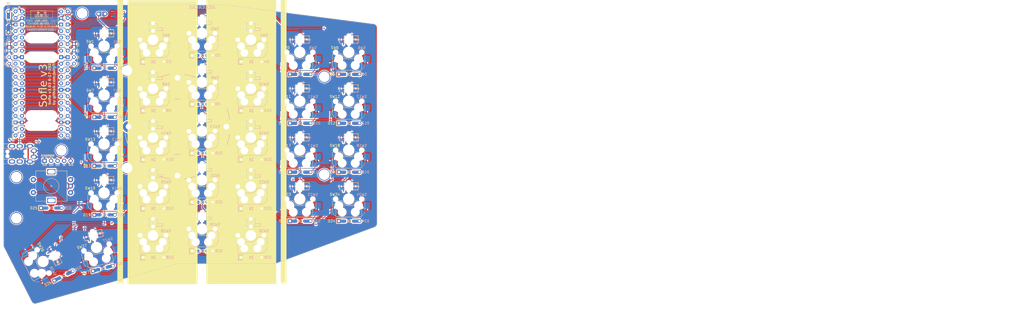
<source format=kicad_pcb>
(kicad_pcb (version 20221018) (generator pcbnew)
  (layers (0 "F.Cu" signal) (31 "B.Cu" signal) (34 "B.Paste" user) (35 "F.Paste" user) (36 "B.SilkS" user "B.Silkscreen") (37 "F.SilkS" user "F.Silkscreen") (38 "B.Mask" user) (39 "F.Mask" user) (44 "Edge.Cuts" user))
  (net 0 "")
  (net 1 "Net-(D1-A)")
  (net 2 "row4")
  (net 3 "Net-(D2-A)")
  (net 4 "Net-(D3-A)")
  (net 5 "row0")
  (net 6 "Net-(D4-A)")
  (net 7 "row1")
  (net 8 "Net-(D5-A)")
  (net 9 "row2")
  (net 10 "Net-(D6-A)")
  (net 11 "row3")
  (net 12 "Net-(D7-A)")
  (net 13 "Net-(D8-A)")
  (net 14 "Net-(D9-A)")
  (net 15 "Net-(D10-A)")
  (net 16 "Net-(D11-A)")
  (net 17 "Net-(D12-A)")
  (net 18 "Net-(D13-A)")
  (net 19 "Net-(D14-A)")
  (net 20 "Net-(D15-A)")
  (net 21 "Net-(D16-A)")
  (net 22 "Net-(D17-A)")
  (net 23 "Net-(D18-A)")
  (net 24 "Net-(D19-A)")
  (net 25 "Net-(D20-A)")
  (net 26 "Net-(D21-A)")
  (net 27 "Net-(D22-A)")
  (net 28 "Net-(D23-A)")
  (net 29 "Net-(D24-A)")
  (net 30 "Net-(D26-A)")
  (net 31 "Net-(D27-A)")
  (net 32 "Net-(D28-A)")
  (net 33 "VCC")
  (net 34 "GND")
  (net 35 "col0")
  (net 36 "col1")
  (net 37 "col2")
  (net 38 "col3")
  (net 39 "col4")
  (net 40 "SDA")
  (net 41 "LED")
  (net 42 "SCL")
  (net 43 "Net-(D29-A)")
  (net 44 "Net-(D30-A)")
  (net 45 "Net-(SW1B-DOUT)")
  (net 46 "Net-(SW2B-DOUT)")
  (net 47 "SW25B")
  (net 48 "SW25A")
  (net 49 "ENCB")
  (net 50 "ENCA")
  (net 51 "Net-(SW2B-DIN)")
  (net 52 "Net-(SW3B-DOUT)")
  (net 53 "Net-(SW4B-DOUT)")
  (net 54 "Net-(SW10B-DOUT)")
  (net 55 "Net-(SW11B-DIN)")
  (net 57 "Net-(SW12B-DOUT)")
  (net 58 "Net-(SW13B-DIN)")
  (net 59 "Net-(SW14B-DOUT)")
  (net 60 "Net-(SW15B-DIN)")
  (net 61 "Net-(SW10B-DIN)")
  (net 62 "Net-(SW11B-DOUT)")
  (net 63 "Net-(SW12B-DIN)")
  (net 64 "Net-(SW13B-DOUT)")
  (net 65 "Net-(SW14B-DIN)")
  (net 66 "Net-(SW15B-DOUT)")
  (net 67 "Net-(SW16B-DIN)")
  (net 68 "Net-(SW17B-DOUT)")
  (net 69 "Net-(SW18B-DIN)")
  (net 70 "Net-(SW19B-DOUT)")
  (net 71 "Net-(SW20B-DIN)")
  (net 72 "Net-(SW21B-DOUT)")
  (net 73 "Net-(SW22B-DIN)")
  (net 74 "Net-(SW23B-DOUT)")
  (net 75 "Net-(SW26B-DOUT)")
  (net 76 "Net-(SW27B-DOUT)")
  (net 77 "Net-(SW29B-DOUT)")
  (net 79 "unconnected-(U3-GPIO22-Pad29)")
  (net 80 "Net-(D31-A)")
  (net 81 "SOLENOID_CONTROL")
  (net 82 "unconnected-(U3-RUN-Pad30)")
  (net 84 "unconnected-(U3-GPIO7-Pad10)")
  (net 85 "unconnected-(U3-GPIO28_ADC2-Pad34)")
  (net 86 "unconnected-(U3-ADC_VREF-Pad35)")
  (net 88 "unconnected-(U3-3V3_EN-Pad37)")
  (net 89 "unconnected-(U3-GND-Pad38)")
  (net 90 "unconnected-(U3-GPIO20-Pad26)")
  (net 91 "unconnected-(U3-GPIO21-Pad27)")
  (net 92 "TX")
  (net 93 "unconnected-(U3-GPIO18-Pad24)")
  (net 94 "unconnected-(U3-GPIO17-Pad22)")
  (net 95 "unconnected-(J2-Pad4)")
  (net 96 "Net-(JP1-B)")
  (footprint "sofle_v3b:MJ-4PP-9" (layer "F.Cu") (at 81.39 91.07 90)
    (fp_text reference "J2")
    (fp_text value "4PIN" hide)
  )
  (footprint "sofle_v3b:OLED SSD1306 128x64 UNVERIFIED" (layer "F.Cu") (at 96.2125 53 -90)
    (fp_text reference "J3")
    (fp_text value "OLED")
  )
  (footprint "sofle_v3b:RotaryEncoder_Alps_EC11E-Switch_Vertical_H20mm-keebio_modified" (layer "F.Cu") (at 100 104.5 180)
    (fp_text reference "SW25" hide)
    (fp_text value "Rotary_Encoder_Switch")
  )
  (footprint "sofle_v3b:Hole from sofle for M2 posts gold rimmer" (layer "F.Cu") (at 206.29 61.91)
    (fp_text reference "TH4")
    (fp_text value "HOLE" hide)
  )
  (footprint "sofle_v3b:Hole from sofle for M2 posts gold rimmer" (layer "F.Cu") (at 206.275 100.025)
    (fp_text reference "TH6")
    (fp_text value "HOLE" hide)
  )
  (footprint "sofle_v3b:Hole from sofle for M2 posts gold rimmer" (layer "F.Cu") (at 129.44 59.51)
    (fp_text reference "TH3")
    (fp_text value "HOLE" hide)
  )
  (footprint "sofle_v3b:Hole from sofle for M2 posts gold rimmer" (layer "F.Cu") (at 129.53 97.46)
    (fp_text reference "TH5")
    (fp_text value "HOLE" hide)
  )
  (footprint "sofle_v3b:Pimaroni_PinHeader_1x05_P2.54mm_Vertical Sofle v3b" (layer "F.Cu") (at 97.36 94.67 90)
    (fp_text reference "J1" hide)
    (fp_text value "Pimaroni Trackball" hide)
  )
  (footprint "sofle_v3b:Level Shifter Bypass Jumper" (layer "F.Cu") (at 119.67 37.46 180)
    (fp_text reference "JP1")
    (fp_text value "Level shifter bypass jumper")
  )
  (footprint "ergodonk_kicad_library:Tenting_Puck.kicad_mod_nocenter" (layer "F.Cu") (at 149.125 81.37)
    (fp_text reference "REF**")
    (fp_text value "Tenting Puck")
  )
  (footprint "sofle_v3b:Hole from sofle for M2 posts gold rimmer" (layer "F.Cu") (at 86.4 117)
    (fp_text reference "TH8")
    (fp_text value "HOLE" hide)
  )
  (footprint "sofle_v3b:Hole from sofle for M2 posts gold rimmer" (layer "F.Cu") (at 112.01 37.25)
    (fp_text reference "TH7")
    (fp_text value "HOLE" hide)
  )
  (footprint "sofle_v3b:Hole from sofle for M2 posts gold rimmer" (layer "F.Cu") (at 103.93 90.59)
    (fp_text reference "TH2")
    (fp_text value "HOLE" hide)
  )
  (footprint "clipboard:e4819d78-7681-430c-a61d-7ce8f9aac4b4" (layer "F.Cu") (at 102.22 42.88 180)
    (fp_text reference "")
    (fp_text value "")
  )
  (footprint "SofleChocLoud:Hole from sofle for M2 posts gold rimmer" (layer "F.Cu") (at 86.4 101)
    (fp_text reference "TH1")
    (fp_text value "HOLE" hide)
  )
  (footprint "sofle_v3b:D_SOD-123_DO-35_Hybrid_DoubleSided_V2" (layer "B.Cu") (at 120.73 58.575)
    (fp_text reference "D1" hide)
    (fp_text value "D" hide)
  )
  (footprint "sofle_v3b:D_SOD-123_DO-35_Hybrid_DoubleSided_V2" (layer "B.Cu") (at 139.78 56.075)
    (fp_text reference "D2" hide)
    (fp_text value "D" hide)
  )
  (footprint "sofle_v3b:D_SOD-123_DO-35_Hybrid_DoubleSided_V2" (layer "B.Cu") (at 158.83 53.61)
    (fp_text reference "D3" hide)
    (fp_text value "D" hide)
  )
  (footprint "sofle_v3b:D_SOD-123_DO-35_Hybrid_DoubleSided_V2" (layer "B.Cu") (at 177.88 56.075)
    (fp_text reference "D4" hide)
    (fp_text value "D" hide)
  )
  (footprint "sofle_v3b:D_SOD-123_DO-35_Hybrid_DoubleSided_V2" (layer "B.Cu") (at 196.93 60.975)
    (fp_text reference "D5" hide)
    (fp_text value "D" hide)
  )
  (footprint "sofle_v3b:D_SOD-123_DO-35_Hybrid_DoubleSided_V2" (layer "B.Cu") (at 215.98 60.975)
    (fp_text reference "D6" hide)
    (fp_text value "D" hide)
  )
  (footprint "sofle_v3b:D_SOD-123_DO-35_Hybrid_DoubleSided_V2" (layer "B.Cu") (at 120.73 96.675)
    (fp_text reference "D13" hide)
    (fp_text value "D" hide)
  )
  (footprint "sofle_v3b:D_SOD-123_DO-35_Hybrid_DoubleSided_V2" (layer "B.Cu") (at 120.73 115.725)
    (fp_text reference "D19" hide)
    (fp_text value "D" hide)
  )
  (footprint "sofle_v3b:D_SOD-123_DO-35_Hybrid_DoubleSided_V2" (layer "B.Cu") (at 100 113.04)
    (fp_text reference "D25" hide)
    (fp_text value "D" hide)
  )
  (footprint "sofle_v3b:D_SOD-123_DO-35_Hybrid_DoubleSided_V2" (layer "B.Cu") (at 104.757088 139.462582 27)
    (fp_text reference "D26" hide)
    (fp_text value "D" hide)
  )
  (footprint "sofle_v3b:Cherry_MX_DS_Hotswap_miniE_1U" (layer "B.Cu") (at 120.55 50)
    (fp_text reference "SW1")
    (fp_text value "SW_PUSH_LED" hide)
    (fp_line (start -1.7 -6.43) (end -1.7 -3.43) (stroke (width 0.1)) (layer "Edge.Cuts"))
    (fp_line (start 1.7 -6.43) (end -1.7 -6.43) (stroke (width 0.1)) (layer "Edge.Cuts"))
    (fp_line (start 1.7 -3.43) (end -1.7 -3.43) (stroke (width 0.1)) (layer "Edge.Cuts"))
    (fp_line (start 1.7 -3.43) (end 1.7 -6.43) (stroke (width 0.1)) (layer "Edge.Cuts"))
  )
  (footprint "sofle_v3b:Cherry_MX_DS_Hotswap_miniE_1U" (layer "B.Cu") (at 158.65 45)
    (fp_text reference "SW3")
    (fp_text value "SW_PUSH_LED" hide)
    (fp_line (start -1.7 -6.43) (end -1.7 -3.43) (stroke (width 0.1)) (layer "Edge.Cuts"))
    (fp_line (start 1.7 -6.43) (end -1.7 -6.43) (stroke (width 0.1)) (layer "Edge.Cuts"))
    (fp_line (start 1.7 -3.43) (end -1.7 -3.43) (stroke (width 0.1)) (layer "Edge.Cuts"))
    (fp_line (start 1.7 -3.43) (end 1.7 -6.43) (stroke (width 0.1)) (layer "Edge.Cuts"))
  )
  (footprint "sofle_v3b:Cherry_MX_DS_Hotswap_miniE_1U" (layer "B.Cu") (at 120.55 88.1)
    (fp_text reference "SW13")
    (fp_text value "SW_PUSH_LED" hide)
    (fp_line (start -1.7 -6.43) (end -1.7 -3.43) (stroke (width 0.1)) (layer "Edge.Cuts"))
    (fp_line (start 1.7 -6.43) (end -1.7 -6.43) (stroke (width 0.1)) (layer "Edge.Cuts"))
    (fp_line (start 1.7 -3.43) (end -1.7 -3.43) (stroke (width 0.1)) (layer "Edge.Cuts"))
    (fp_line (start 1.7 -3.43) (end 1.7 -6.43) (stroke (width 0.1)) (layer "Edge.Cuts"))
  )
  (footprint "sofle_v3b:Cherry_MX_DS_Hotswap_miniE_1U" (layer "B.Cu") (at 139.6 85.6)
    (fp_text reference "SW14")
    (fp_text value "SW_PUSH_LED" hide)
    (fp_line (start -1.7 -6.43) (end -1.7 -3.43) (stroke (width 0.1)) (layer "Edge.Cuts"))
    (fp_line (start 1.7 -6.43) (end -1.7 -6.43) (stroke (width 0.1)) (layer "Edge.Cuts"))
    (fp_line (start 1.7 -3.43) (end -1.7 -3.43) (stroke (width 0.1)) (layer "Edge.Cuts"))
    (fp_line (start 1.7 -3.43) (end 1.7 -6.43) (stroke (width 0.1)) (layer "Edge.Cuts"))
  )
  (footprint "sofle_v3b:Cherry_MX_DS_Hotswap_miniE_1U" (layer "B.Cu") (at 158.65 102.15)
    (fp_text reference "SW21")
    (fp_text value "SW_PUSH_LED" hide)
    (fp_line (start -1.7 -6.43) (end -1.7 -3.43) (stroke (width 0.1)) (layer "Edge.Cuts"))
    (fp_line (start 1.7 -6.43) (end -1.7 -6.43) (stroke (width 0.1)) (layer "Edge.Cuts"))
    (fp_line (start 1.7 -3.43) (end -1.7 -3.43) (stroke (width 0.1)) (layer "Edge.Cuts"))
    (fp_line (start 1.7 -3.43) (end 1.7 -6.43) (stroke (width 0.1)) (layer "Edge.Cuts"))
  )
  (footprint "sofle_v3b:Cherry_MX_DS_Hotswap_miniE_1U" (layer "B.Cu") (at 196.75 109.55)
    (fp_text reference "SW23")
    (fp_text value "SW_PUSH_LED" hide)
    (fp_line (start -1.7 -6.43) (end -1.7 -3.43) (stroke (width 0.1)) (layer "Edge.Cuts"))
    (fp_line (start 1.7 -6.43) (end -1.7 -6.43) (stroke (width 0.1)) (layer "Edge.Cuts"))
    (fp_line (start 1.7 -3.43) (end -1.7 -3.43) (stroke (width 0.1)) (layer "Edge.Cuts"))
    (fp_line (start 1.7 -3.43) (end 1.7 -6.43) (stroke (width 0.1)) (layer "Edge.Cuts"))
  )
  (footprint "sofle_v3b:Cherry_MX_DS_Hotswap_miniE_1U" (layer "B.Cu") (at 96.795746 133.840809 -63)
    (fp_text reference "SW26")
    (fp_text value "SW_PUSH_LED" hide)
    (fp_line (start -1.7 -6.43) (end -1.7 -3.43) (stroke (width 0.1)) (layer "Edge.Cuts"))
    (fp_line (start 1.7 -6.43) (end -1.7 -6.43) (stroke (width 0.1)) (layer "Edge.Cuts"))
    (fp_line (start 1.7 -3.43) (end -1.7 -3.43) (stroke (width 0.1)) (layer "Edge.Cuts"))
    (fp_line (start 1.7 -3.43) (end 1.7 -6.43) (stroke (width 0.1)) (layer "Edge.Cuts"))
  )
  (footprint "sofle_v3b:Cherry_MX_DS_Hotswap_miniE_1U" (layer "B.Cu") (at 117.6 128.4 15)
    (fp_text reference "SW27")
    (fp_text value "SW_PUSH_LED" hide)
    (fp_line (start -1.7 -6.43) (end -1.7 -3.43) (stroke (width 0.1)) (layer "Edge.Cuts"))
    (fp_line (start 1.7 -6.43) (end -1.7 -6.43) (stroke (width 0.1)) (layer "Edge.Cuts"))
    (fp_line (start 1.7 -3.43) (end -1.7 -3.43) (stroke (width 0.1)) (layer "Edge.Cuts"))
    (fp_line (start 1.7 -3.43) (end 1.7 -6.43) (stroke (width 0.1)) (layer "Edge.Cuts"))
  )
  (footprint "sofle_v3b:Cherry_MX_DS_Hotswap_miniE_1U" (layer "B.Cu") (at 215.8 71.45)
    (fp_text reference "SW12")
    (fp_text value "SW_PUSH_LED" hide)
    (fp_line (start -1.7 -6.43) (end -1.7 -3.43) (stroke (width 0.1)) (layer "Edge.Cuts"))
    (fp_line (start 1.7 -6.43) (end -1.7 -6.43) (stroke (width 0.1)) (layer "Edge.Cuts"))
    (fp_line (start 1.7 -3.43) (end -1.7 -3.43) (stroke (width 0.1)) (layer "Edge.Cuts"))
    (fp_line (start 1.7 -3.43) (end 1.7 -6.43) (stroke (width 0.1)) (layer "Edge.Cuts"))
  )
  (footprint "sofle_v3b:Cherry_MX_DS_Hotswap_miniE_1U" (layer "B.Cu") (at 215.8 90.5)
    (fp_text reference "SW18")
    (fp_text value "SW_PUSH_LED" hide)
    (fp_line (start -1.7 -6.43) (end -1.7 -3.43) (stroke (width 0.1)) (layer "Edge.Cuts"))
    (fp_line (start 1.7 -6.43) (end -1.7 -6.43) (stroke (width 0.1)) (layer "Edge.Cuts"))
    (fp_line (start 1.7 -3.43) (end -1.7 -3.43) (stroke (width 0.1)) (layer "Edge.Cuts"))
    (fp_line (start 1.7 -3.43) (end 1.7 -6.43) (stroke (width 0.1)) (layer "Edge.Cuts"))
  )
  (footprint "sofle_v3b:Cherry_MX_DS_Hotswap_miniE_1U" (layer "B.Cu") (at 215.8 109.55)
    (fp_text reference "SW24")
    (fp_text value "SW_PUSH_LED" hide)
    (fp_line (start -1.7 -6.43) (end -1.7 -3.43) (stroke (width 0.1)) (layer "Edge.Cuts"))
    (fp_line (start 1.7 -6.43) (end -1.7 -6.43) (stroke (width 0.1)) (layer "Edge.Cuts"))
    (fp_line (start 1.7 -3.43) (end -1.7 -3.43) (stroke (width 0.1)) (layer "Edge.Cuts"))
    (fp_line (start 1.7 -3.43) (end 1.7 -6.43) (stroke (width 0.1)) (layer "Edge.Cuts"))
  )
  (footprint "sofle_v3b:Cherry_MX_DS_Hotswap_miniE_1U" (layer "B.Cu") (at 177.7 47.5)
    (fp_text reference "SW4")
    (fp_text value "SW_PUSH_LED" hide)
    (fp_line (start -1.7 -6.43) (end -1.7 -3.43) (stroke (width 0.1)) (layer "Edge.Cuts"))
    (fp_line (start 1.7 -6.43) (end -1.7 -6.43) (stroke (width 0.1)) (layer "Edge.Cuts"))
    (fp_line (start 1.7 -3.43) (end -1.7 -3.43) (stroke (width 0.1)) (layer "Edge.Cuts"))
    (fp_line (start 1.7 -3.43) (end 1.7 -6.43) (stroke (width 0.1)) (layer "Edge.Cuts"))
  )
  (footprint "sofle_v3b:D_SOD-123_DO-35_Hybrid_DoubleSided_V2" (layer "B.Cu") (at 120.73 77.675)
    (fp_text reference "D7" hide)
    (fp_text value "D" hide)
  )
  (footprint "sofle_v3b:D_SOD-123_DO-35_Hybrid_DoubleSided_V2" (layer "B.Cu") (at 139.78 75.125)
    (fp_text reference "D8" hide)
    (fp_text value "D" hide)
  )
  (footprint "sofle_v3b:D_SOD-123_DO-35_Hybrid_DoubleSided_V2" (layer "B.Cu") (at 158.83 72.625)
    (fp_text reference "D9" hide)
    (fp_text value "D" hide)
  )
  (footprint "sofle_v3b:D_SOD-123_DO-35_Hybrid_DoubleSided_V2" (layer "B.Cu") (at 177.88 75.125)
    (fp_text reference "D10" hide)
    (fp_text value "D" hide)
  )
  (footprint "sofle_v3b:D_SOD-123_DO-35_Hybrid_DoubleSided_V2" (layer "B.Cu") (at 196.93 80.025)
    (fp_text reference "D11" hide)
    (fp_text value "D" hide)
  )
  (footprint "sofle_v3b:D_SOD-123_DO-35_Hybrid_DoubleSided_V2" (layer "B.Cu") (at 215.98 80.025)
    (fp_text reference "D12" hide)
    (fp_text value "D" hide)
  )
  (footprint "sofle_v3b:Cherry_MX_DS_Hotswap_miniE_1U" (layer "B.Cu") (at 196.75 52.4)
    (fp_text reference "SW5")
    (fp_text value "SW_PUSH_LED" hide)
    (fp_line (start -1.7 -6.43) (end -1.7 -3.43) (stroke (width 0.1)) (layer "Edge.Cuts"))
    (fp_line (start 1.7 -6.43) (end -1.7 -6.43) (stroke (width 0.1)) (layer "Edge.Cuts"))
    (fp_line (start 1.7 -3.43) (end -1.7 -3.43) (stroke (width 0.1)) (layer "Edge.Cuts"))
    (fp_line (start 1.7 -3.43) (end 1.7 -6.43) (stroke (width 0.1)) (layer "Edge.Cuts"))
  )
  (footprint "sofle_v3b:Cherry_MX_DS_Hotswap_miniE_1U" (layer "B.Cu") (at 139.6 66.55)
    (fp_text reference "SW8")
    (fp_text value "SW_PUSH_LED" hide)
    (fp_line (start -1.7 -6.43) (end -1.7 -3.43) (stroke (width 0.1)) (layer "Edge.Cuts"))
    (fp_line (start 1.7 -6.43) (end -1.7 -6.43) (stroke (width 0.1)) (layer "Edge.Cuts"))
    (fp_line (start 1.7 -3.43) (end -1.7 -3.43) (stroke (width 0.1)) (layer "Edge.Cuts"))
    (fp_line (start 1.7 -3.43) (end 1.7 -6.43) (stroke (width 0.1)) (layer "Edge.Cuts"))
  )
  (footprint "sofle_v3b:Cherry_MX_DS_Hotswap_miniE_1U" (layer "B.Cu") (at 177.7 66.55)
    (fp_text reference "SW10")
    (fp_text value "SW_PUSH_LED" hide)
    (fp_line (start -1.7 -6.43) (end -1.7 -3.43) (stroke (width 0.1)) (layer "Edge.Cuts"))
    (fp_line (start 1.7 -6.43) (end -1.7 -6.43) (stroke (width 0.1)) (layer "Edge.Cuts"))
    (fp_line (start 1.7 -3.43) (end -1.7 -3.43) (stroke (width 0.1)) (layer "Edge.Cuts"))
    (fp_line (start 1.7 -3.43) (end 1.7 -6.43) (stroke (width 0.1)) (layer "Edge.Cuts"))
  )
  (footprint "sofle_v3b:Cherry_MX_DS_Hotswap_miniE_1U" (layer "B.Cu") (at 158.65 64.05)
    (fp_text reference "SW9")
    (fp_text value "SW_PUSH_LED" hide)
    (fp_line (start -1.7 -6.43) (end -1.7 -3.43) (stroke (width 0.1)) (layer "Edge.Cuts"))
    (fp_line (start 1.7 -6.43) (end -1.7 -6.43) (stroke (width 0.1)) (layer "Edge.Cuts"))
    (fp_line (start 1.7 -3.43) (end -1.7 -3.43) (stroke (width 0.1)) (layer "Edge.Cuts"))
    (fp_line (start 1.7 -3.43) (end 1.7 -6.43) (stroke (width 0.1)) (layer "Edge.Cuts"))
  )
  (footprint "sofle_v3b:Cherry_MX_DS_Hotswap_miniE_1U" (layer "B.Cu") (at 177.7 85.6)
    (fp_text reference "SW16")
    (fp_text value "SW_PUSH_LED" hide)
    (fp_line (start -1.7 -6.43) (end -1.7 -3.43) (stroke (width 0.1)) (layer "Edge.Cuts"))
    (fp_line (start 1.7 -6.43) (end -1.7 -6.43) (stroke (width 0.1)) (layer "Edge.Cuts"))
    (fp_line (start 1.7 -3.43) (end -1.7 -3.43) (stroke (width 0.1)) (layer "Edge.Cuts"))
    (fp_line (start 1.7 -3.43) (end 1.7 -6.43) (stroke (width 0.1)) (layer "Edge.Cuts"))
  )
  (footprint "sofle_v3b:Cherry_MX_DS_Hotswap_miniE_1U" (layer "B.Cu") (at 215.8 52.4)
    (fp_text reference "SW6")
    (fp_text value "SW_PUSH_LED" hide)
    (fp_line (start -1.7 -6.43) (end -1.7 -3.43) (stroke (width 0.1)) (layer "Edge.Cuts"))
    (fp_line (start 1.7 -6.43) (end -1.7 -6.43) (stroke (width 0.1)) (layer "Edge.Cuts"))
    (fp_line (start 1.7 -3.43) (end -1.7 -3.43) (stroke (width 0.1)) (layer "Edge.Cuts"))
    (fp_line (start 1.7 -3.43) (end 1.7 -6.43) (stroke (width 0.1)) (layer "Edge.Cuts"))
  )
  (footprint "sofle_v3b:Cherry_MX_DS_Hotswap_miniE_1U" (layer "B.Cu") (at 120.55 69.05)
    (fp_text reference "SW7")
    (fp_text value "SW_PUSH_LED" hide)
    (fp_line (start -1.7 -6.43) (end -1.7 -3.43) (stroke (width 0.1)) (layer "Edge.Cuts"))
    (fp_line (start 1.7 -6.43) (end -1.7 -6.43) (stroke (width 0.1)) (layer "Edge.Cuts"))
    (fp_line (start 1.7 -3.43) (end -1.7 -3.43) (stroke (width 0.1)) (layer "Edge.Cuts"))
    (fp_line (start 1.7 -3.43) (end 1.7 -6.43) (stroke (width 0.1)) (layer "Edge.Cuts"))
  )
  (footprint "sofle_v3b:Cherry_MX_DS_Hotswap_miniE_1U" (layer "B.Cu") (at 177.7 123.7)
    (fp_text reference "SW30")
    (fp_text value "SW_PUSH_LED" hide)
    (fp_line (start -1.7 -6.43) (end -1.7 -3.43) (stroke (width 0.1)) (layer "Edge.Cuts"))
    (fp_line (start 1.7 -6.43) (end -1.7 -6.43) (stroke (width 0.1)) (layer "Edge.Cuts"))
    (fp_line (start 1.7 -3.43) (end -1.7 -3.43) (stroke (width 0.1)) (layer "Edge.Cuts"))
    (fp_line (start 1.7 -3.43) (end 1.7 -6.43) (stroke (width 0.1)) (layer "Edge.Cuts"))
  )
  (footprint "sofle_v3b:Cherry_MX_DS_Hotswap_miniE_1U" (layer "B.Cu") (at 196.75 71.45)
    (fp_text reference "SW11")
    (fp_text value "SW_PUSH_LED" hide)
    (fp_line (start -1.7 -6.43) (end -1.7 -3.43) (stroke (width 0.1)) (layer "Edge.Cuts"))
    (fp_line (start 1.7 -6.43) (end -1.7 -6.43) (stroke (width 0.1)) (layer "Edge.Cuts"))
    (fp_line (start 1.7 -3.43) (end -1.7 -3.43) (stroke (width 0.1)) (layer "Edge.Cuts"))
    (fp_line (start 1.7 -3.43) (end 1.7 -6.43) (stroke (width 0.1)) (layer "Edge.Cuts"))
  )
  (footprint "sofle_v3b:Cherry_MX_DS_Hotswap_miniE_1U" (layer "B.Cu") (at 177.7 104.65)
    (fp_text reference "SW22")
    (fp_text value "SW_PUSH_LED" hide)
    (fp_line (start -1.7 -6.43) (end -1.7 -3.43) (stroke (width 0.1)) (layer "Edge.Cuts"))
    (fp_line (start 1.7 -6.43) (end -1.7 -6.43) (stroke (width 0.1)) (layer "Edge.Cuts"))
    (fp_line (start 1.7 -3.43) (end -1.7 -3.43) (stroke (width 0.1)) (layer "Edge.Cuts"))
    (fp_line (start 1.7 -3.43) (end 1.7 -6.43) (stroke (width 0.1)) (layer "Edge.Cuts"))
  )
  (footprint "sofle_v3b:Cherry_MX_DS_Hotswap_miniE_1U" (layer "B.Cu") (at 196.75 90.5)
    (fp_text reference "SW17")
    (fp_text value "SW_PUSH_LED" hide)
    (fp_line (start -1.7 -6.43) (end -1.7 -3.43) (stroke (width 0.1)) (layer "Edge.Cuts"))
    (fp_line (start 1.7 -6.43) (end -1.7 -6.43) (stroke (width 0.1)) (layer "Edge.Cuts"))
    (fp_line (start 1.7 -3.43) (end -1.7 -3.43) (stroke (width 0.1)) (layer "Edge.Cuts"))
    (fp_line (start 1.7 -3.43) (end 1.7 -6.43) (stroke (width 0.1)) (layer "Edge.Cuts"))
  )
  (footprint "sofle_v3b:Cherry_MX_DS_Hotswap_miniE_1U" (layer "B.Cu") (at 158.65 121.2)
    (fp_text reference "SW29")
    (fp_text value "SW_PUSH_LED" hide)
    (fp_line (start -1.7 -6.43) (end -1.7 -3.43) (stroke (width 0.1)) (layer "Edge.Cuts"))
    (fp_line (start 1.7 -6.43) (end -1.7 -6.43) (stroke (width 0.1)) (layer "Edge.Cuts"))
    (fp_line (start 1.7 -3.43) (end -1.7 -3.43) (stroke (width 0.1)) (layer "Edge.Cuts"))
    (fp_line (start 1.7 -3.43) (end 1.7 -6.43) (stroke (width 0.1)) (layer "Edge.Cuts"))
  )
  (footprint "sofle_v3b:Cherry_MX_DS_Hotswap_miniE_1U" (layer "B.Cu") (at 158.65 83.1)
    (fp_text reference "SW15")
    (fp_text value "SW_PUSH_LED" hide)
    (fp_line (start -1.7 -6.43) (end -1.7 -3.43) (stroke (width 0.1)) (layer "Edge.Cuts"))
    (fp_line (start 1.7 -6.43) (end -1.7 -6.43) (stroke (width 0.1)) (layer "Edge.Cuts"))
    (fp_line (start 1.7 -3.43) (end -1.7 -3.43) (stroke (width 0.1)) (layer "Edge.Cuts"))
    (fp_line (start 1.7 -3.43) (end 1.7 -6.43) (stroke (width 0.1)) (layer "Edge.Cuts"))
  )
  (footprint "sofle_v3b:Cherry_MX_DS_Hotswap_miniE_1U" (layer "B.Cu") (at 139.6 47.5)
    (fp_text reference "SW2")
    (fp_text value "SW_PUSH_LED" hide)
    (fp_line (start -1.7 -6.43) (end -1.7 -3.43) (stroke (width 0.1)) (layer "Edge.Cuts"))
    (fp_line (start 1.7 -6.43) (end -1.7 -6.43) (stroke (width 0.1)) (layer "Edge.Cuts"))
    (fp_line (start 1.7 -3.43) (end -1.7 -3.43) (stroke (width 0.1)) (layer "Edge.Cuts"))
    (fp_line (start 1.7 -3.43) (end 1.7 -6.43) (stroke (width 0.1)) (layer "Edge.Cuts"))
  )
  (footprint "sofle_v3b:D_SOD-123_DO-35_Hybrid_DoubleSided_V2" (layer "B.Cu") (at 120.084741 136.531756 15)
    (fp_text reference "D27" hide)
    (fp_text value "D" hide)
  )
  (footprint "sofle_v3b:Cherry_MX_DS_Hotswap_miniE_1U" (layer "B.Cu") (at 139.6 104.65)
    (fp_text reference "SW20")
    (fp_text value "SW_PUSH_LED" hide)
    (fp_line (start -1.7 -6.43) (end -1.7 -3.43) (stroke (width 0.1)) (layer "Edge.Cuts"))
    (fp_line (start 1.7 -6.43) (end -1.7 -6.43) (stroke (width 0.1)) (layer "Edge.Cuts"))
    (fp_line (start 1.7 -3.43) (end -1.7 -3.43) (stroke (width 0.1)) (layer "Edge.Cuts"))
    (fp_line (start 1.7 -3.43) (end 1.7 -6.43) (stroke (width 0.1)) (layer "Edge.Cuts"))
  )
  (footprint "sofle_v3b:D_SOD-123_DO-35_Hybrid_DoubleSided_V2" (layer "B.Cu") (at 158.83 91.675)
    (fp_text reference "D15" hide)
    (fp_text value "D" hide)
  )
  (footprint "sofle_v3b:D_SOD-123_DO-35_Hybrid_DoubleSided_V2" (layer "B.Cu") (at 196.93 99.075)
    (fp_text reference "D17" hide)
    (fp_text value "D" hide)
  )
  (footprint "sofle_v3b:D_SOD-123_DO-35_Hybrid_DoubleSided_V2" (layer "B.Cu") (at 215.98 99.075)
    (fp_text reference "D18" hide)
    (fp_text value "D" hide)
  )
  (footprint "sofle_v3b:D_SOD-123_DO-35_Hybrid_DoubleSided_V2" (layer "B.Cu") (at 139.78 132.275)
    (fp_text reference "D28" hide)
    (fp_text value "D" hide)
  )
  (footprint "sofle_v3b:D_SOD-123_DO-35_Hybrid_DoubleSided_V2" (layer "B.Cu") (at 158.83 129.775)
    (fp_text reference "D29" hide)
    (fp_text value "D" hide)
  )
  (footprint "sofle_v3b:D_SOD-123_DO-35_Hybrid_DoubleSided_V2" (layer "B.Cu") (at 215.98 118.125)
    (fp_text reference "D24" hide)
    (fp_text value "D" hide)
  )
  (footprint "sofle_v3b:D_SOD-123_DO-35_Hybrid_DoubleSided_V2" (layer "B.Cu") (at 139.78 113.225)
    (fp_text reference "D20" hide)
    (fp_text value "D" hide)
  )
  (footprint "sofle_v3b:D_SOD-123_DO-35_Hybrid_DoubleSided_V2" (layer "B.Cu") (at 158.83 110.725)
    (fp_text reference "D21" hide)
    (fp_text value "D" hide)
  )
  (footprint "sofle_v3b:D_SOD-123_DO-35_Hybrid_DoubleSided_V2" (layer "B.Cu") (at 177.88 113.225)
    (fp_text reference "D22" hide)
    (fp_text value "D" hide)
  )
  (footprint "sofle_v3b:D_SOD-123_DO-35_Hybrid_DoubleSided_V2" (layer "B.Cu") (at 196.93 118.125)
    (fp_text reference "D23" hide)
    (fp_text value "D" hide)
  )
  (footprint "sofle_v3b:D_SOD-123_DO-35_Hybrid_DoubleSided_V2" (layer "B.Cu") (at 139.78 94.175)
    (fp_text reference "D14" hide)
    (fp_text value "D" hide)
  )
  (footprint "sofle_v3b:D_SOD-123_DO-35_Hybrid_DoubleSided_V2" (layer "B.Cu") (at 177.88 132.275)
    (fp_text reference "D30" hide)
    (fp_text value "D" hide)
  )
  (footprint "sofle_v3b:Cherry_MX_DS_Hotswap_miniE_1U" (layer "B.Cu") (at 139.6 123.7)
    (fp_text reference "SW28")
    (fp_text value "SW_PUSH_LED" hide)
    (fp_line (start -1.7 -6.43) (end -1.7 -3.43) (stroke (width 0.1)) (layer "Edge.Cuts"))
    (fp_line (start 1.7 -6.43) (end -1.7 -6.43) (stroke (width 0.1)) (layer "Edge.Cuts"))
    (fp_line (start 1.7 -3.43) (end -1.7 -3.43) (stroke (width 0.1)) (layer "Edge.Cuts"))
    (fp_line (start 1.7 -3.43) (end 1.7 -6.43) (stroke (width 0.1)) (layer "Edge.Cuts"))
  )
  (footprint "sofle_v3b:Dummy 6812miniE" (layer "B.Cu") (at 139.6 61.62 180)
    (fp_text reference "D58" hide)
    (fp_text value "Dummy 6812miniE" hide)
    (fp_line (start -1.7 -1.5) (end -1.7 1.5) (stroke (width 0.1)) (layer "Edge.Cuts"))
    (fp_line (start 1.7 -1.5) (end -1.7 -1.5) (stroke (width 0.1)) (layer "Edge.Cuts"))
    (fp_line (start 1.7 1.5) (end -1.7 1.5) (stroke (width 0.1)) (layer "Edge.Cuts"))
    (fp_line (start 1.7 1.5) (end 1.7 -1.5) (stroke (width 0.1)) (layer "Edge.Cuts"))
  )
  (footprint "sofle_v3b:Dummy 6812miniE" (layer "B.Cu") (at 158.65 78.17 180)
    (fp_text reference "D65" hide)
    (fp_text value "Dummy 6812miniE" hide)
    (fp_line (start -1.7 -1.5) (end -1.7 1.5) (stroke (width 0.1)) (layer "Edge.Cuts"))
    (fp_line (start 1.7 -1.5) (end -1.7 -1.5) (stroke (width 0.1)) (layer "Edge.Cuts"))
    (fp_line (start 1.7 1.5) (end -1.7 1.5) (stroke (width 0.1)) (layer "Edge.Cuts"))
    (fp_line (start 1.7 1.5) (end 1.7 -1.5) (stroke (width 0.1)) (layer "Edge.Cuts"))
  )
  (footprint "sofle_v3b:Dummy 6812miniE" (layer "B.Cu") (at 101.188408 131.602636 117)
    (fp_text reference "D76" hide)
    (fp_text value "Dummy 6812miniE" hide)
    (fp_line (start -1.7 -1.5) (end -1.7 1.5) (stroke (width 0.1)) (layer "Edge.Cuts"))
    (fp_line (start 1.7 -1.5) (end -1.7 -1.5) (stroke (width 0.1)) (layer "Edge.Cuts"))
    (fp_line (start 1.7 1.5) (end -1.7 1.5) (stroke (width 0.1)) (layer "Edge.Cuts"))
    (fp_line (start 1.7 1.5) (end 1.7 -1.5) (stroke (width 0.1)) (layer "Edge.Cuts"))
  )
  (footprint "sofle_v3b:D_SOD-123_DO-35_Hybrid_DoubleSided_V2" (layer "B.Cu") (at 83.30125 40.5975 90)
    (fp_text reference "D31" hide)
    (fp_text value "D" hide)
  )
  (footprint "sofle_v3b:Dummy 6812miniE" (layer "B.Cu") (at 139.6 42.57 180)
    (fp_text reference "D52" hide)
    (fp_text value "Dummy 6812miniE" hide)
    (fp_line (start -1.7 -1.5) (end -1.7 1.5) (stroke (width 0.1)) (layer "Edge.Cuts"))
    (fp_line (start 1.7 -1.5) (end -1.7 -1.5) (stroke (width 0.1)) (layer "Edge.Cuts"))
    (fp_line (start 1.7 1.5) (end -1.7 1.5) (stroke (width 0.1)) (layer "Edge.Cuts"))
    (fp_line (start 1.7 1.5) (end 1.7 -1.5) (stroke (width 0.1)) (layer "Edge.Cuts"))
  )
  (footprint "sofle_v3b:Dummy 6812miniE" (layer "B.Cu") (at 196.75 66.52 180)
    (fp_text reference "D61" hide)
    (fp_text value "Dummy 6812miniE" hide)
    (fp_line (start -1.7 -1.5) (end -1.7 1.5) (stroke (width 0.1)) (layer "Edge.Cuts"))
    (fp_line (start 1.7 -1.5) (end -1.7 -1.5) (stroke (width 0.1)) (layer "Edge.Cuts"))
    (fp_line (start 1.7 1.5) (end -1.7 1.5) (stroke (width 0.1)) (layer "Edge.Cuts"))
    (fp_line (start 1.7 1.5) (end 1.7 -1.5) (stroke (width 0.1)) (layer "Edge.Cuts"))
  )
  (footprint "sofle_v3b:Dummy 6812miniE" (layer "B.Cu") (at 215.8 104.62 180)
    (fp_text reference "D74" hide)
    (fp_text value "Dummy 6812miniE" hide)
    (fp_line (start -1.7 -1.5) (end -1.7 1.5) (stroke (width 0.1)) (layer "Edge.Cuts"))
    (fp_line (start 1.7 -1.5) (end -1.7 -1.5) (stroke (width 0.1)) (layer "Edge.Cuts"))
    (fp_line (start 1.7 1.5) (end -1.7 1.5) (stroke (width 0.1)) (layer "Edge.Cuts"))
    (fp_line (start 1.7 1.5) (end 1.7 -1.5) (stroke (width 0.1)) (layer "Edge.Cuts"))
  )
  (footprint "sofle_v3b:Dummy 6812miniE" (layer "B.Cu") (at 196.75 47.47 180)
    (fp_text reference "D55" hide)
    (fp_text value "Dummy 6812miniE" hide)
    (fp_line (start -1.7 -1.5) (end -1.7 1.5) (stroke (width 0.1)) (layer "Edge.Cuts"))
    (fp_line (start 1.7 -1.5) (end -1.7 -1.5) (stroke (width 0.1)) (layer "Edge.Cuts"))
    (fp_line (start 1.7 1.5) (end -1.7 1.5) (stroke (width 0.1)) (layer "Edge.Cuts"))
    (fp_line (start 1.7 1.5) (end 1.7 -1.5) (stroke (width 0.1)) (layer "Edge.Cuts"))
  )
  (footprint "sofle_v3b:Dummy 6812miniE" (layer "B.Cu") (at 177.7 99.72 180)
    (fp_text reference "D72" hide)
    (fp_text value "Dummy 6812miniE" hide)
    (fp_line (start -1.7 -1.5) (end -1.7 1.5) (stroke (width 0.1)) (layer "Edge.Cuts"))
    (fp_line (start 1.7 -1.5) (end -1.7 -1.5) (stroke (width 0.1)) (layer "Edge.Cuts"))
    (fp_line (start 1.7 1.5) (end -1.7 1.5) (stroke (width 0.1)) (layer "Edge.Cuts"))
    (fp_line (start 1.7 1.5) (end 1.7 -1.5) (stroke (width 0.1)) (layer "Edge.Cuts"))
  )
  (footprint "sofle_v3b:Dummy 6812miniE" (layer "B.Cu") (at 215.8 85.57 180)
    (fp_text reference "D68" hide)
    (fp_text value "Dummy 6812miniE" hide)
    (fp_line (start -1.7 -1.5) (end -1.7 1.5) (stroke (width 0.1)) (layer "Edge.Cuts"))
    (fp_line (start 1.7 -1.5) (end -1.7 -1.5) (stroke (width 0.1)) (layer "Edge.Cuts"))
    (fp_line (start 1.7 1.5) (end -1.7 1.5) (stroke (width 0.1)) (layer "Edge.Cuts"))
    (fp_line (start 1.7 1.5) (end 1.7 -1.5) (stroke (width 0.1)) (layer "Edge.Cuts"))
  )
  (footprint "sofle_v3b:Dummy 6812miniE" (layer "B.Cu") (at 120.55 64.12 180)
    (fp_text reference "D57" hide)
    (fp_text value "Dummy 6812miniE" hide)
    (fp_line (start -1.7 -1.5) (end -1.7 1.5) (stroke (width 0.1)) (layer "Edge.Cuts"))
    (fp_line (start 1.7 -1.5) (end -1.7 -1.5) (stroke (width 0.1)) (layer "Edge.Cuts"))
    (fp_line (start 1.7 1.5) (end -1.7 1.5) (stroke (width 0.1)) (layer "Edge.Cuts"))
    (fp_line (start 1.7 1.5) (end 1.7 -1.5) (stroke (width 0.1)) (layer "Edge.Cuts"))
  )
  (footprint "sofle_v3b:Dummy 6812miniE" (layer "B.Cu") (at 215.8 47.47 180)
    (fp_text reference "D56" hide)
    (fp_text value "Dummy 6812miniE" hide)
    (fp_line (start -1.7 -1.5) (end -1.7 1.5) (stroke (width 0.1)) (layer "Edge.Cuts"))
    (fp_line (start 1.7 -1.5) (end -1.7 -1.5) (stroke (width 0.1)) (layer "Edge.Cuts"))
    (fp_line (start 1.7 1.5) (end -1.7 1.5) (stroke (width 0.1)) (layer "Edge.Cuts"))
    (fp_line (start 1.7 1.5) (end 1.7 -1.5) (stroke (width 0.1)) (layer "Edge.Cuts"))
  )
  (footprint "sofle_v3b:Dummy 6812miniE" (layer "B.Cu") (at 158.65 59.12 180)
    (fp_text reference "D59" hide)
    (fp_text value "Dummy 6812miniE" hide)
    (fp_line (start -1.7 -1.5) (end -1.7 1.5) (stroke (width 0.1)) (layer "Edge.Cuts"))
    (fp_line (start 1.7 -1.5) (end -1.7 -1.5) (stroke (width 0.1)) (layer "Edge.Cuts"))
    (fp_line (start 1.7 1.5) (end -1.7 1.5) (stroke (width 0.1)) (layer "Edge.Cuts"))
    (fp_line (start 1.7 1.5) (end 1.7 -1.5) (stroke (width 0.1)) (layer "Edge.Cuts"))
  )
  (footprint "sofle_v3b:Dummy 6812miniE" (layer "B.Cu") (at 120.55 102.22 180)
    (fp_text reference "D59" hide)
    (fp_text value "Dummy 6812miniE" hide)
    (fp_line (start -1.7 -1.5) (end -1.7 1.5) (stroke (width 0.1)) (layer "Edge.Cuts"))
    (fp_line (start 1.7 -1.5) (end -1.7 -1.5) (stroke (width 0.1)) (layer "Edge.Cuts"))
    (fp_line (start 1.7 1.5) (end -1.7 1.5) (stroke (width 0.1)) (layer "Edge.Cuts"))
    (fp_line (start 1.7 1.5) (end 1.7 -1.5) (stroke (width 0.1)) (layer "Edge.Cuts"))
  )
  (footprint "sofle_v3b:Dummy 6812miniE" (layer "B.Cu") (at 120.55 83.17 180)
    (fp_text reference "D63" hide)
    (fp_text value "Dummy 6812miniE" hide)
    (fp_line (start -1.7 -1.5) (end -1.7 1.5) (stroke (width 0.1)) (layer "Edge.Cuts"))
    (fp_line (start 1.7 -1.5) (end -1.7 -1.5) (stroke (width 0.1)) (layer "Edge.Cuts"))
    (fp_line (start 1.7 1.5) (end -1.7 1.5) (stroke (width 0.1)) (layer "Edge.Cuts"))
    (fp_line (start 1.7 1.5) (end 1.7 -1.5) (stroke (width 0.1)) (layer "Edge.Cuts"))
  )
  (footprint "sofle_v3b:D_SOD-123_DO-35_Hybrid_DoubleSided_V2" (layer "B.Cu") (at 177.88 94.175)
    (fp_text reference "D16" hide)
    (fp_text value "D" hide)
  )
  (footprint "sofle_v3b:Dummy 6812miniE" (layer "B.Cu") (at 177.7 118.77 180)
    (fp_text reference "D80" hide)
    (fp_text value "Dummy 6812miniE" hide)
    (fp_line (start -1.7 -1.5) (end -1.7 1.5) (stroke (width 0.1)) (layer "Edge.Cuts"))
    (fp_line (start 1.7 -1.5) (end -1.7 -1.5) (stroke (width 0.1)) (layer "Edge.Cuts"))
    (fp_line (start 1.7 1.5) (end -1.7 1.5) (stroke (width 0.1)) (layer "Edge.Cuts"))
    (fp_line (start 1.7 1.5) (end 1.7 -1.5) (stroke (width 0.1)) (layer "Edge.Cuts"))
  )
  (footprint "sofle_v3b:Dummy 6812miniE" (layer "B.Cu") (at 158.65 40.07 180)
    (fp_text reference "D53" hide)
    (fp_text value "Dummy 6812miniE" hide)
    (fp_line (start -1.7 -1.5) (end -1.7 1.5) (stroke (width 0.1)) (layer "Edge.Cuts"))
    (fp_line (start 1.7 -1.5) (end -1.7 -1.5) (stroke (width 0.1)) (layer "Edge.Cuts"))
    (fp_line (start 1.7 1.5) (end -1.7 1.5) (stroke (width 0.1)) (layer "Edge.Cuts"))
    (fp_line (start 1.7 1.5) (end 1.7 -1.5) (stroke (width 0.1)) (layer "Edge.Cuts"))
  )
  (footprint "sofle_v3b:SN74AHCT1G125 - Junco" (layer "B.Cu") (at 126 37.43)
    (fp_text reference "U2")
    (fp_text value "SN74AHCT1G125")
  )
  (footprint "sofle_v3b:Dummy 6812miniE" (layer "B.Cu") (at 196.75 85.57 180)
    (fp_text reference "D67" hide)
    (fp_text value "Dummy 6812miniE" hide)
    (fp_line (start -1.7 -1.5) (end -1.7 1.5) (stroke (width 0.1)) (layer "Edge.Cuts"))
    (fp_line (start 1.7 -1.5) (end -1.7 -1.5) (stroke (width 0.1)) (layer "Edge.Cuts"))
    (fp_line (start 1.7 1.5) (end -1.7 1.5) (stroke (width 0.1)) (layer "Edge.Cuts"))
    (fp_line (start 1.7 1.5) (end 1.7 -1.5) (stroke (width 0.1)) (layer "Edge.Cuts"))
  )
  (footprint "sofle_v3b:Dummy 6812miniE" (layer "B.Cu") (at 177.7 42.57 180)
    (fp_text reference "D54" hide)
    (fp_text value "Dummy 6812miniE" hide)
    (fp_line (start -1.7 -1.5) (end -1.7 1.5) (stroke (width 0.1)) (layer "Edge.Cuts"))
    (fp_line (start 1.7 -1.5) (end -1.7 -1.5) (stroke (width 0.1)) (layer "Edge.Cuts"))
    (fp_line (start 1.7 1.5) (end -1.7 1.5) (stroke (width 0.1)) (layer "Edge.Cuts"))
    (fp_line (start 1.7 1.5) (end 1.7 -1.5) (stroke (width 0.1)) (layer "Edge.Cuts"))
  )
  (footprint "clipboard:e4819d78-7681-430c-a61d-7ce8f9aac4b4" (layer "B.Cu") (at 90.135 42.835)
    (fp_text reference "")
    (fp_text value "")
  )
  (footprint "sofle_v3b:Dummy 6812miniE" (layer "B.Cu") (at 196.75 104.62 180)
    (fp_text reference "D73" hide)
    (fp_text value "Dummy 6812miniE" hide)
    (fp_line (start -1.7 -1.5) (end -1.7 1.5) (stroke (width 0.1)) (layer "Edge.Cuts"))
    (fp_line (start 1.7 -1.5) (end -1.7 -1.5) (stroke (width 0.1)) (layer "Edge.Cuts"))
    (fp_line (start 1.7 1.5) (end -1.7 1.5) (stroke (width 0.1)) (layer "Edge.Cuts"))
    (fp_line (start 1.7 1.5) (end 1.7 -1.5) (stroke (width 0.1)) (layer "Edge.Cuts"))
  )
  (footprint "sofle_v3b:Dummy 6812miniE" (layer "B.Cu") (at 139.6 99.72 180)
    (fp_text reference "D70" hide)
    (fp_text value "Dummy 6812miniE" hide)
    (fp_line (start -1.7 -1.5) (end -1.7 1.5) (stroke (width 0.1)) (layer "Edge.Cuts"))
    (fp_line (start 1.7 -1.5) (end -1.7 -1.5) (stroke (width 0.1)) (layer "Edge.Cuts"))
    (fp_line (start 1.7 1.5) (end -1.7 1.5) (stroke (width 0.1)) (layer "Edge.Cuts"))
    (fp_line (start 1.7 1.5) (end 1.7 -1.5) (stroke (width 0.1)) (layer "Edge.Cuts"))
  )
  (footprint "sofle_v3b:Dummy 6812miniE" (layer "B.Cu") (at 158.65 97.22 180)
    (fp_text reference "D71" hide)
    (fp_text value "Dummy 6812miniE" hide)
    (fp_line (start -1.7 -1.5) (end -1.7 1.5) (stroke (width 0.1)) (layer "Edge.Cuts"))
    (fp_line (start 1.7 -1.5) (end -1.7 -1.5) (stroke (width 0.1)) (layer "Edge.Cuts"))
    (fp_line (start 1.7 1.5) (end -1.7 1.5) (stroke (width 0.1)) (layer "Edge.Cuts"))
    (fp_line (start 1.7 1.5) (end 1.7 -1.5) (stroke (width 0.1)) (layer "Edge.Cuts"))
  )
  (footprint "sofle_v3b:Dummy 6812miniE" (layer "B.Cu") (at 177.7 61.62 180)
    (fp_text reference "D60" hide)
    (fp_text value "Dummy 6812miniE" hide)
    (fp_line (start -1.7 -1.5) (end -1.7 1.5) (stroke (width 0.1)) (layer "Edge.Cuts"))
    (fp_line (start 1.7 -1.5) (end -1.7 -1.5) (stroke (width 0.1)) (layer "Edge.Cuts"))
    (fp_line (start 1.7 1.5) (end -1.7 1.5) (stroke (width 0.1)) (layer "Edge.Cuts"))
    (fp_line (start 1.7 1.5) (end 1.7 -1.5) (stroke (width 0.1)) (layer "Edge.Cuts"))
  )
  (footprint "sofle_v3b:Dummy 6812miniE" (layer "B.Cu") (at 139.6 80.67 180)
    (fp_text reference "D64" hide)
    (fp_text value "Dummy 6812miniE" hide)
    (fp_line (start -1.7 -1.5) (end -1.7 1.5) (stroke (width 0.1)) (layer "Edge.Cuts"))
    (fp_line (start 1.7 -1.5) (end -1.7 -1.5) (stroke (width 0.1)) (layer "Edge.Cuts"))
    (fp_line (start 1.7 1.5) (end -1.7 1.5) (stroke (width 0.1)) (layer "Edge.Cuts"))
    (fp_line (start 1.7 1.5) (end 1.7 -1.5) (stroke (width 0.1)) (layer "Edge.Cuts"))
  )
  (footprint "sofle_v3b:Dummy 6812miniE" (layer "B.Cu") (at 139.6 118.77 180)
    (fp_text reference "D78" hide)
    (fp_text value "Dummy 6812miniE" hide)
    (fp_line (start -1.7 -1.5) (end -1.7 1.5) (stroke (width 0.1)) (layer "Edge.Cuts"))
    (fp_line (start 1.7 -1.5) (end -1.7 -1.5) (stroke (width 0.1)) (layer "Edge.Cuts"))
    (fp_line (start 1.7 1.5) (end -1.7 1.5) (stroke (width 0.1)) (layer "Edge.Cuts"))
    (fp_line (start 1.7 1.5) (end 1.7 -1.5) (stroke (width 0.1)) (layer "Edge.Cuts"))
  )
  (footprint "sofle_v3b:Dummy 6812miniE" (layer "B.Cu") (at 177.7 80.67 180)
    (fp_text reference "D66" hide)
    (fp_text value "Dummy 6812miniE" hide)
    (fp_line (start -1.7 -1.5) (end -1.7 1.5) (stroke (width 0.1)) (layer "Edge.Cuts"))
    (fp_line (start 1.7 -1.5) (end -1.7 -1.5) (stroke (width 0.1)) (layer "Edge.Cuts"))
    (fp_line (start 1.7 1.5) (end -1.7 1.5) (stroke (width 0.1)) (layer "Edge.Cuts"))
    (fp_line (start 1.7 1.5) (end 1.7 -1.5) (stroke (width 0.1)) (layer "Edge.Cuts"))
  )
  (footprint "sofle_v3b:Dummy 6812miniE" (layer "B.Cu") (at 120.55 45.07 180)
    (fp_text reference "D51" hide)
    (fp_text value "Dummy 6812miniE" hide)
    (fp_line (start -1.7 -1.5) (end -1.7 1.5) (stroke (width 0.1)) (layer "Edge.Cuts"))
    (fp_line (start 1.7 -1.5) (end -1.7 -1.5) (stroke (width 0.1)) (layer "Edge.Cuts"))
    (fp_line (start 1.7 1.5) (end -1.7 1.5) (stroke (width 0.1)) (layer "Edge.Cuts"))
    (fp_line (start 1.7 1.5) (end 1.7 -1.5) (stroke (width 0.1)) (layer "Edge.Cuts"))
  )
  (footprint "sofle_v3b:Cherry_MX_DS_Hotswap_miniE_1U" (layer "B.Cu") (at 120.55 107.15)
    (fp_text reference "SW19")
    (fp_text value "SW_PUSH_LED" hide)
    (fp_line (start -1.7 -6.43) (end -1.7 -3.43) (stroke (width 0.1)) (layer "Edge.Cuts"))
    (fp_line (start 1.7 -6.43) (end -1.7 -6.43) (stroke (width 0.1)) (layer "Edge.Cuts"))
    (fp_line (start 1.7 -3.43) (end -1.7 -3.43) (stroke (width 0.1)) (layer "Edge.Cuts"))
    (fp_line (start 1.7 -3.43) (end 1.7 -6.43) (stroke (width 0.1)) (layer "Edge.Cuts"))
  )
  (footprint "sofle_v3b:Dummy 6812miniE" (layer "B.Cu") (at 215.8 66.52 180)
    (fp_text reference "D62" hide)
    (fp_text value "Dummy 6812miniE" hide)
    (fp_line (start -1.7 -1.5) (end -1.7 1.5) (stroke (width 0.1)) (layer "Edge.Cuts"))
    (fp_line (start 1.7 -1.5) (end -1.7 -1.5) (stroke (width 0.1)) (layer "Edge.Cuts"))
    (fp_line (start 1.7 1.5) (end -1.7 1.5) (stroke (width 0.1)) (layer "Edge.Cuts"))
    (fp_line (start 1.7 1.5) (end 1.7 -1.5) (stroke (width 0.1)) (layer "Edge.Cuts"))
  )
  (footprint "sofle_v3b:Dummy 6812miniE" (layer "B.Cu") (at 116.324022 123.637986 -165)
    (fp_text reference "D77" hide)
    (fp_text value "Dummy 6812miniE" hide)
    (fp_line (start -1.7 -1.5) (end -1.7 1.5) (stroke (width 0.1)) (layer "Edge.Cuts"))
    (fp_line (start 1.7 -1.5) (end -1.7 -1.5) (stroke (width 0.1)) (layer "Edge.Cuts"))
    (fp_line (start 1.7 1.5) (end -1.7 1.5) (stroke (width 0.1)) (layer "Edge.Cuts"))
    (fp_line (start 1.7 1.5) (end 1.7 -1.5) (stroke (width 0.1)) (layer "Edge.Cuts"))
  )
  (footprint "sofle_v3b:RPi_Pico_SMD_TH - Junco -DS Sofle v3b v3" (layer "B.Cu") (at 96.2125 60.654865 180)
    (fp_text reference "U3" hide)
    (fp_text value "Pico" hide)
  )
  (footprint "sofle_v3b:Dummy 6812miniE" (layer "B.Cu") (at 158.65 116.27 180)
    (fp_text reference "D79" hide)
    (fp_text value "Dummy 6812miniE" hide)
    (fp_line (start -1.7 -1.5) (end -1.7 1.5) (stroke (width 0.1)) (layer "Edge.Cuts"))
    (fp_line (start 1.7 -1.5) (end -1.7 -1.5) (stroke (width 0.1)) (layer "Edge.Cuts"))
    (fp_line (start 1.7 1.5) (end -1.7 1.5) (stroke (width 0.1)) (layer "Edge.Cuts"))
    (fp_line (start 1.7 1.5) (end 1.7 -1.5) (stroke (width 0.1)) (layer "Edge.Cuts"))
  )
  (gr_rect (start 129.8 32.24) (end 156.84 142.6) (stroke (width 0.2)) (fill solid) (layer "F.SilkS"))
  (gr_rect (start 189.44 32.18) (end 191.48 142.33) (stroke (width 0.2)) (fill solid) (layer "F.SilkS"))
  (gr_rect (start 125.8 32.14) (end 127.84 142.29) (stroke (width 0.2)) (fill solid) (layer "F.SilkS"))
  (gr_rect (start 160.44 32.17) (end 187.48 142.53) (stroke (width 0.2)) (fill solid) (layer "F.SilkS"))
  (gr_arc (start 94.110118 150.22043) (mid 93.107754 150.145541) (end 92.377724 149.454601) (stroke (width 0.1)) (layer "Edge.Cuts"))
  (gr_line (start 226.824843 42.874865) (end 226.824843 119.074865) (stroke (width 0.15)) (layer "Edge.Cuts"))
  (gr_line (start 94.110118 150.22043) (end 149.124843 134.724865) (stroke (width 0.1)) (layer "Edge.Cuts"))
  (gr_line (start 81.403244 35.475249) (end 81.403244 127.53) (stroke (width 0.1)) (layer "Edge.Cuts"))
  (gr_arc (start 81.403244 35.475249) (mid 81.842712 34.414333) (end 82.903628 33.974865) (stroke (width 0.1)) (layer "Edge.Cuts"))
  (gr_arc (start 225.488686 41.373864) (mid 226.44242 41.870098) (end 226.824843 42.874865) (stroke (width 0.15)) (layer "Edge.Cuts"))
  (gr_line (start 187.224843 134.724865) (end 225.919106 120.452127) (stroke (width 0.15)) (layer "Edge.Cuts"))
  (gr_line (start 149.124843 134.724865) (end 187.224843 134.724865) (stroke (width 0.15)) (layer "Edge.Cuts"))
  (gr_line (start 168.174843 33.974865) (end 225.488686 41.373864) (stroke (width 0.15)) (layer "Edge.Cuts"))
  (gr_arc (start 226.824843 119.074865) (mid 226.578156 119.899093) (end 225.919106 120.452127) (stroke (width 0.15)) (layer "Edge.Cuts"))
  (gr_line (start 81.566732 128.237683) (end 92.377724 149.454601) (stroke (width 0.1)) (layer "Edge.Cuts"))
  (gr_line locked (start 168.174843 33.974865) (end 82.903628 33.974865) (stroke (width 0.1)) (layer "Edge.Cuts"))
  (gr_arc (start 81.566732 128.237683) (mid 81.441566 127.893873) (end 81.403244 127.53) (stroke (width 0.1)) (layer "Edge.Cuts"))
  (gr_text "JLCJLCJLCJLC" (at 158.74 35.45) (layer "B.SilkS") (effects (font (size 1 1) (thickness 0.2) bold) (justify bottom mirror)))
  (gr_text "FACE USB JACK\nTOWARDS BOARD.\nINSERT INTO OUTLINE.\nSOLDER OTHER SIDE." (at 102.105 43.955) (layer "B.SilkS") (effects (font (size 0.7 0.7) (thickness 0.1)) (justify left bottom mirror)))
  (gr_text "Sofle v3.03 6-17-2023\nby github.com/JellyTitan" (at 101.67 72.92 90) (layer "F.SilkS") (effects (font (size 1 1) (thickness 0.25) bold) (justify left bottom)))
  (gr_text "FACE USB JACK\nTOWARDS BOARD.\nINSERT INTO OUTLINE.\nSOLDER OTHER SIDE." (at 90.25 43.91) (layer "F.SilkS") (effects (font (size 0.7 0.7) (thickness 0.1)) (justify left bottom)))
  (gr_text "Sofle v3" (at 96.99 65.36 90) (layer "F.SilkS") (effects (font (size 3 3) (thickness 0.4))))
  (segment (start 124.73 56.742) (end 126.392 55.08) (width 0.25) (layer "F.Cu") (net 1))
  (segment (start 124.73 58.575) (end 124.73 56.742) (width 0.25) (layer "F.Cu") (net 1))
  (segment (start 110.579002 81.371367) (end 110.579002 113.008996) (width 0.25) (layer "F.Cu") (net 2))
  (segment (start 110.579002 113.008996) (end 110.521979 113.066019) (width 0.25) (layer "F.Cu") (net 2))
  (segment (start 108.830499 114.757499) (end 110.521979 113.066019) (width 0.25) (layer "F.Cu") (net 2))
  (segment (start 112.82 138.46) (end 108.830499 134.470499) (width 0.25) (layer "F.Cu") (net 2))
  (segment (start 108.830499 134.470499) (end 108.830499 114.757499) (width 0.25) (layer "F.Cu") (net 2))
  (segment (start 106.3725 77.164865) (end 110.579002 81.371367) (width 0.25) (layer "F.Cu") (net 2))
  (via (at 110.521979 113.066019) (size 0.6) (drill 0.3) (layers "F.Cu" "B.Cu") (net 2))
  (via (at 112.82 138.46) (size 0.6) (drill 0.3) (layers "F.Cu" "B.Cu") (net 2))
  (segment (start 96 113.04) (end 97.62 114.66) (width 0.25) (layer "B.Cu") (net 2))
  (segment (start 156.88 129.775) (end 158.095998 130.990998) (width 0.25) (layer "B.Cu") (net 2))
  (segment (start 137.08 132.275) (end 138.554501 130.800499) (width 0.25) (layer "B.Cu") (net 2))
  (segment (start 119.664733 138.5) (end 122.61431 138.5) (width 0.25) (layer "B.Cu") (net 2))
  (segment (start 105.107365 78.43) (end 106.3725 77.164865) (width 0.25) (layer "B.Cu") (net 2))
  (segment (start 108.927998 114.66) (end 110.521979 113.066019) (width 0.25) (layer "B.Cu") (net 2))
  (segment (start 108.001644 140.688356) (end 110.23 138.46) (width 0.25) (layer "B.Cu") (net 2))
  (segment (start 118.201186 137.036453) (end 119.664733 138.5) (width 0.25) (layer "B.Cu") (net 2))
  (segment (start 86.0525 77.164865) (end 87.287635 78.4) (width 0.25) (layer "B.Cu") (net 2))
  (segment (start 89.74 78.4) (end 91.51 80.17) (width 0.25) (layer "B.Cu") (net 2))
  (segment (start 97.62 114.66) (end 108.927998 114.66) (width 0.25) (layer "B.Cu") (net 2))
  (segment (start 134.965 133.09) (end 135.78 132.275) (width 0.25) (layer "B.Cu") (net 2))
  (segment (start 122.61431 138.5) (end 128.02431 133.09) (width 0.25) (layer "B.Cu") (net 2))
  (segment (start 158.095998 130.990998) (end 172.510998 130.990998) (width 0.25) (layer "B.Cu") (net 2))
  (segment (start 115.32807 138.46) (end 112.82 138.46) (width 0.25) (layer "B.Cu") (net 2))
  (segment (start 110.23 138.46) (end 112.82 138.46) (width 0.25) (layer "B.Cu") (net 2))
  (segment (start 100.83 80.17) (end 102.57 78.43) (width 0.25) (layer "B.Cu") (net 2))
  (segment (start 102.35137 140.688356) (end 108.001644 140.688356) (width 0.25) (layer "B.Cu") (net 2))
  (segment (start 138.554501 130.800499) (end 153.804501 130.800499) (width 0.25) (layer "B.Cu") (net 2))
  (segment (start 153.804501 130.800499) (end 154.83 129.775) (width 0.25) (layer "B.Cu") (net 2))
  (segment (start 128.02431 133.09) (end 134.965 133.09) (width 0.25) (layer "B.Cu") (net 2))
  (segment (start 87.287635 78.4) (end 89.74 78.4) (width 0.25) (layer "B.Cu") (net 2))
  (segment (start 91.51 80.17) (end 100.83 80.17) (width 0.25) (layer "B.Cu") (net 2))
  (segment (start 172.510998 130.990998) (end 173.795 132.275) (width 0.25) (layer "B.Cu") (net 2))
  (segment (start 116.221038 137.567032) (end 115.32807 138.46) (width 0.25) (layer "B.Cu") (net 2))
  (segment (start 102.57 78.43) (end 105.107365 78.43) (width 0.25) (layer "B.Cu") (net 2))
  (segment (start 143.78 56.075) (end 143.78 54.242) (width 0.25) (layer "F.Cu") (net 3))
  (segment (start 143.78 54.242) (end 145.442 52.58) (width 0.25) (layer "F.Cu") (net 3))
  (segment (start 164.492 51.948) (end 162.83 53.61) (width 0.25) (layer "F.Cu") (net 4))
  (segment (start 164.492 50.08) (end 164.492 51.948) (width 0.25) (layer "F.Cu") (net 4))
  (segment (start 105.147365 65.69) (end 87.277635 65.69) (width 0.25) (layer "B.Cu") (net 5))
  (segment (start 187.22 57.32) (end 190.875 60.975) (width 0.25) (layer "B.Cu") (net 5))
  (segment (start 190.875 60.975) (end 192.93 60.975) (width 0.25) (layer "B.Cu") (net 5))
  (segment (start 172.575 54.77) (end 173.88 56.075) (width 0.25) (layer "B.Cu") (net 5))
  (segment (start 120.155 57.2) (end 126.05 57.2) (width 0.25) (layer "B.Cu") (net 5))
  (segment (start 118.78 58.575) (end 120.155 57.2) (width 0.25) (layer "B.Cu") (net 5))
  (segment (start 147.506268 54.1) (end 154.34 54.1) (width 0.25) (layer "B.Cu") (net 5))
  (segment (start 107.175135 64.464865) (end 113.065 58.575) (width 0.25) (layer "B.Cu") (net 5))
  (segment (start 203.85 59.54) (end 204.37 59.02) (width 0.25) (layer "B.Cu") (net 5))
  (segment (start 139.245 54.66) (end 146.946268 54.66) (width 0.25) (layer "B.Cu") (net 5))
  (segment (start 175.93 56.075) (end 177.175 57.32) (width 0.25) (layer "B.Cu") (net 5))
  (segment (start 126.05 57.2) (end 127.175 56.075) (width 0.25) (layer "B.Cu") (net 5))
  (segment (start 177.175 57.32) (end 187.22 57.32) (width 0.25) (layer "B.Cu") (net 5))
  (segment (start 106.3725 64.464865) (end 107.175135 64.464865) (width 0.25) (layer "B.Cu") (net 5))
  (segment (start 157.29 54.77) (end 172.575 54.77) (width 0.25) (layer "B.Cu") (net 5))
  (segment (start 113.065 58.575) (end 116.73 58.575) (width 0.25) (layer "B.Cu") (net 5))
  (segment (start 204.37 59.02) (end 208.03 59.02) (width 0.25) (layer "B.Cu") (net 5))
  (segment (start 156.13 53.61) (end 157.29 54.77) (width 0.25) (layer "B.Cu") (net 5))
  (segment (start 87.277635 65.69) (end 86.0525 64.464865) (width 0.25) (layer "B.Cu") (net 5))
  (segment (start 194.23 60.975) (end 195.665 59.54) (width 0.25) (layer "B.Cu") (net 5))
  (segment (start 146.946268 54.66) (end 147.506268 54.1) (width 0.25) (layer "B.Cu") (net 5))
  (segment (start 106.3725 64.464865) (end 105.147365 65.69) (width 0.25) (layer "B.Cu") (net 5))
  (segment (start 209.985 60.975) (end 211.98 60.975) (width 0.25) (layer "B.Cu") (net 5))
  (segment (start 127.175 56.075) (end 135.78 56.075) (width 0.25) (layer "B.Cu") (net 5))
  (segment (start 208.03 59.02) (end 209.985 60.975) (width 0.25) (layer "B.Cu") (net 5))
  (segment (start 195.665 59.54) (end 203.85 59.54) (width 0.25) (layer "B.Cu") (net 5))
  (segment (start 137.83 56.075) (end 139.245 54.66) (width 0.25) (layer "B.Cu") (net 5))
  (segment (start 181.88 56.075) (end 183.542 54.413) (width 0.25) (layer "F.Cu") (net 6))
  (segment (start 183.542 54.413) (end 183.542 52.58) (width 0.25) (layer "F.Cu") (net 6))
  (segment (start 210.545 78.59) (end 211.98 80.025) (width 0.25) (layer "B.Cu") (net 7))
  (segment (start 194.875 80.025) (end 196.31 78.59) (width 0.25) (layer "B.Cu") (net 7))
  (segment (start 87.257365 68.34) (end 86.0525 69.544865) (width 0.25) (layer "B.Cu") (net 7))
  (segment (start 119.555 76.15) (end 134.755 76.15) (width 0.25) (layer "B.Cu") (net 7))
  (segment (start 118.03 77.675) (end 119.555 76.15) (width 0.25) (layer "B.Cu") (net 7))
  (segment (start 138.47 73.84) (end 153.615 73.84) (width 0.25) (layer "B.Cu") (net 7))
  (segment (start 106.3725 69.544865) (end 105.167635 68.34) (width 0.25) (layer "B.Cu") (net 7))
  (segment (start 175.93 75.21) (end 177.19 76.47) (width 0.25) (layer "B.Cu") (net 7))
  (segment (start 105.167635 68.34) (end 87.257365 68.34) (width 0.25) (layer "B.Cu") (net 7))
  (segment (start 177.19 76.47) (end 186.69 76.47) (width 0.25) (layer "B.Cu") (net 7))
  (segment (start 106.3725 69.544865) (end 114.502635 77.675) (width 0.25) (layer "B.Cu") (net 7))
  (segment (start 137.83 74.48) (end 138.47 73.84) (width 0.25) (layer "B.Cu") (net 7))
  (segment (start 114.502635 77.675) (end 116.73 77.675) (width 0.25) (layer "B.Cu") (net 7))
  (segment (start 158.045 73.79) (end 172.545 73.79) (width 0.25) (layer "B.Cu") (net 7))
  (segment (start 186.69 76.47) (end 190.245 80.025) (width 0.25) (layer "B.Cu") (net 7))
  (segment (start 196.31 78.59) (end 210.545 78.59) (width 0.25) (layer "B.Cu") (net 7))
  (segment (start 137.83 75.125) (end 137.83 74.48) (width 0.25) (layer "B.Cu") (net 7))
  (segment (start 172.545 73.79) (end 173.88 75.125) (width 0.25) (layer "B.Cu") (net 7))
  (segment (start 156.88 72.625) (end 158.045 73.79) (width 0.25) (layer "B.Cu") (net 7))
  (segment (start 190.245 80.025) (end 192.93 80.025) (width 0.25) (layer "B.Cu") (net 7))
  (segment (start 153.615 73.84) (end 154.83 72.625) (width 0.25) (layer "B.Cu") (net 7))
  (segment (start 134.755 76.15) (end 135.78 75.125) (width 0.25) (layer "B.Cu") (net 7))
  (segment (start 200.93 60.975) (end 202.592 59.313) (width 0.25) (layer "F.Cu") (net 8))
  (segment (start 202.592 59.313) (end 202.592 57.48) (width 0.25) (layer "F.Cu") (net 8))
  (segment (start 106.3725 72.084865) (end 111.653003 77.365368) (width 0.25) (layer "F.Cu") (net 9))
  (segment (start 111.653003 77.365368) (end 111.653003 95.2105) (width 0.25) (layer "F.Cu") (net 9))
  (via (at 111.653003 95.2105) (size 0.6) (drill 0.3) (layers "F.Cu" "B.Cu") (net 9))
  (segment (start 158.005 92.8) (end 172.54 92.8) (width 0.25) (layer "B.Cu") (net 9))
  (segment (start 127.065 94.175) (end 135.78 94.175) (width 0.25) (layer "B.Cu") (net 9))
  (segment (start 105.107635 70.82) (end 106.3725 72.084865) (width 0.25) (layer "B.Cu") (net 9))
  (segment (start 194.98 98.59) (end 195.97 97.6) (width 0.25) (layer "B.Cu") (net 9))
  (segment (start 137.83 94.175) (end 139.155 92.85) (width 0.25) (layer "B.Cu") (net 9))
  (segment (start 195.97 97.6) (end 203.71 97.6) (width 0.25) (layer "B.Cu") (net 9))
  (segment (start 86.0525 72.084865) (end 87.317365 70.82) (width 0.25) (layer "B.Cu") (net 9))
  (segment (start 153.655 92.85) (end 154.83 91.675) (width 0.25) (layer "B.Cu") (net 9))
  (segment (start 204.64 96.67) (end 207.82 96.67) (width 0.25) (layer "B.Cu") (net 9))
  (segment (start 113.117503 96.675) (end 111.653003 95.2105) (width 0.25) (layer "B.Cu") (net 9))
  (segment (start 139.155 92.85) (end 153.655 92.85) (width 0.25) (layer "B.Cu") (net 9))
  (segment (start 190.495 99.075) (end 194.23 99.075) (width 0.25) (layer "B.Cu") (net 9))
  (segment (start 210.225 99.075) (end 211.98 99.075) (width 0.25) (layer "B.Cu") (net 9))
  (segment (start 175.93 94.175) (end 177.135 95.38) (width 0.25) (layer "B.Cu") (net 9))
  (segment (start 207.82 96.67) (end 210.225 99.075) (width 0.25) (layer "B.Cu") (net 9))
  (segment (start 125.86 95.38) (end 127.065 94.175) (width 0.25) (layer "B.Cu") (net 9))
  (segment (start 194.98 99.075) (end 194.98 98.59) (width 0.25) (layer "B.Cu") (net 9))
  (segment (start 186.8 95.38) (end 190.495 99.075) (width 0.25) (layer "B.Cu") (net 9))
  (segment (start 156.88 91.675) (end 158.005 92.8) (width 0.25) (layer "B.Cu") (net 9))
  (segment (start 116.73 96.675) (end 113.117503 96.675) (width 0.25) (layer "B.Cu") (net 9))
  (segment (start 116.73 96.31) (end 117.66 95.38) (width 0.25) (layer "B.Cu") (net 9))
  (segment (start 177.135 95.38) (end 186.8 95.38) (width 0.25) (layer "B.Cu") (net 9))
  (segment (start 203.71 97.6) (end 204.64 96.67) (width 0.25) (layer "B.Cu") (net 9))
  (segment (start 117.66 95.38) (end 125.86 95.38) (width 0.25) (layer "B.Cu") (net 9))
  (segment (start 172.54 92.8) (end 173.88 94.14) (width 0.25) (layer "B.Cu") (net 9))
  (segment (start 87.317365 70.82) (end 105.107635 70.82) (width 0.25) (layer "B.Cu") (net 9))
  (segment (start 221.642 59.313) (end 221.642 57.48) (width 0.25) (layer "F.Cu") (net 10))
  (segment (start 219.98 60.975) (end 221.642 59.313) (width 0.25) (layer "F.Cu") (net 10))
  (segment (start 111.028503 79.280868) (end 111.028503 112.688503) (width 0.25) (layer "F.Cu") (net 11))
  (segment (start 106.3725 74.624865) (end 111.028503 79.280868) (width 0.25) (layer "F.Cu") (net 11))
  (segment (start 111.028503 112.688503) (end 111.405 113.065) (width 0.25) (layer "F.Cu") (net 11))
  (via (at 111.405 113.065) (size 0.6) (drill 0.3) (layers "F.Cu" "B.Cu") (net 11))
  (segment (start 195.81 116.7) (end 210.555 116.7) (width 0.25) (layer "B.Cu") (net 11))
  (segment (start 138.94 112) (end 153.555 112) (width 0.25) (layer "B.Cu") (net 11))
  (segment (start 210.555 116.7) (end 211.98 118.125) (width 0.25) (layer "B.Cu") (net 11))
  (segment (start 105.057635 73.31) (end 106.3725 74.624865) (width 0.25) (layer "B.Cu") (net 11))
  (segment (start 153.555 112) (end 154.83 110.725) (width 0.25) (layer "B.Cu") (net 11))
  (segment (start 118.305 115.725) (end 119.62 114.41) (width 0.25) (layer "B.Cu") (net 11))
  (segment (start 119.62 114.41) (end 134.595 114.41) (width 0.25) (layer "B.Cu") (net 11))
  (segment (start 87.367365 73.31) (end 105.057635 73.31) (width 0.25) (layer "B.Cu") (net 11))
  (segment (start 114.065 115.725) (end 111.405 113.065) (width 0.25) (layer "B.Cu") (net 11))
  (segment (start 187.09 114.36) (end 190.855 118.125) (width 0.25) (layer "B.Cu") (net 11))
  (segment (start 176.77 114.36) (end 187.09 114.36) (width 0.25) (layer "B.Cu") (net 11))
  (segment (start 194.385 118.125) (end 195.81 116.7) (width 0.25) (layer "B.Cu") (net 11))
  (segment (start 175.93 113.52) (end 176.77 114.36) (width 0.25) (layer "B.Cu") (net 11))
  (segment (start 86.0525 74.624865) (end 87.367365 73.31) (width 0.25) (layer "B.Cu") (net 11))
  (segment (start 157.92 112) (end 172.655 112) (width 0.25) (layer "B.Cu") (net 11))
  (segment (start 116.73 115.725) (end 114.065 115.725) (width 0.25) (layer "B.Cu") (net 11))
  (segment (start 190.855 118.125) (end 194.23 118.125) (width 0.25) (layer "B.Cu") (net 11))
  (segment (start 137.83 113.11) (end 138.94 112) (width 0.25) (layer "B.Cu") (net 11))
  (segment (start 172.655 112) (end 173.88 113.225) (width 0.25) (layer "B.Cu") (net 11))
  (segment (start 134.595 114.41) (end 135.78 113.225) (width 0.25) (layer "B.Cu") (net 11))
  (segment (start 156.88 110.96) (end 157.92 112) (width 0.25) (layer "B.Cu") (net 11))
  (segment (start 124.73 77.675) (end 126.392 76.013) (width 0.25) (layer "F.Cu") (net 12))
  (segment (start 126.392 76.013) (end 126.392 74.18) (width 0.25) (layer "F.Cu") (net 12))
  (segment (start 145.442 73.463) (end 145.442 71.63) (width 0.25) (layer "F.Cu") (net 13))
  (segment (start 143.78 75.125) (end 145.442 73.463) (width 0.25) (layer "F.Cu") (net 13))
  (segment (start 164.492 70.963) (end 164.492 69.13) (width 0.25) (layer "F.Cu") (net 14))
  (segment (start 162.83 72.625) (end 164.492 70.963) (width 0.25) (layer "F.Cu") (net 14))
  (segment (start 181.88 75.125) (end 183.542 73.463) (width 0.25) (layer "F.Cu") (net 15))
  (segment (start 183.542 73.463) (end 183.542 71.63) (width 0.25) (layer "F.Cu") (net 15))
  (segment (start 202.592 78.363) (end 202.592 76.53) (width 0.25) (layer "F.Cu") (net 16))
  (segment (start 200.93 80.025) (end 202.592 78.363) (width 0.25) (layer "F.Cu") (net 16))
  (segment (start 221.66 78.37) (end 221.66 76.548) (width 0.25) (layer "F.Cu") (net 17))
  (segment (start 220.005 80.025) (end 221.66 78.37) (width 0.25) (layer "F.Cu") (net 17))
  (segment (start 126.392 95.013) (end 126.392 93.18) (width 0.25) (layer "F.Cu") (net 18))
  (segment (start 124.73 96.675) (end 126.392 95.013) (width 0.25) (layer "F.Cu") (net 18))
  (segment (start 143.78 94.175) (end 145.442 92.513) (width 0.25) (layer "F.Cu") (net 19))
  (segment (start 145.442 92.513) (end 145.442 90.68) (width 0.25) (layer "F.Cu") (net 19))
  (segment (start 164.492 90.013) (end 164.492 88.18) (width 0.25) (layer "F.Cu") (net 20))
  (segment (start 162.83 91.675) (end 164.492 90.013) (width 0.25) (layer "F.Cu") (net 20))
  (segment (start 181.88 94.175) (end 183.542 92.513) (width 0.25) (layer "F.Cu") (net 21))
  (segment (start 183.542 92.513) (end 183.542 90.68) (width 0.25) (layer "F.Cu") (net 21))
  (segment (start 200.93 99.075) (end 202.592 97.413) (width 0.25) (layer "F.Cu") (net 22))
  (segment (start 202.592 97.413) (end 202.592 95.58) (width 0.25) (layer "F.Cu") (net 22))
  (segment (start 219.98 99.075) (end 221.642 97.413) (width 0.25) (layer "F.Cu") (net 23))
  (segment (start 221.642 97.413) (end 221.642 95.58) (width 0.25) (layer "F.Cu") (net 23))
  (segment (start 126.392 114.063) (end 124.73 115.725) (width 0.25) (layer "F.Cu") (net 24))
  (segment (start 126.392 112.23) (end 126.392 114.063) (width 0.25) (layer "F.Cu") (net 24))
  (segment (start 145.442 111.563) (end 143.78 113.225) (width 0.25) (layer "F.Cu") (net 25))
  (segment (start 145.442 109.73) (end 145.442 111.563) (width 0.25) (layer "F.Cu") (net 25))
  (segment (start 164.492 107.23) (end 164.492 109.063) (width 0.25) (layer "F.Cu") (net 26))
  (segment (start 164.492 109.063) (end 162.83 110.725) (width 0.25) (layer "F.Cu") (net 26))
  (segment (start 183.542 109.73) (end 183.542 111.563) (width 0.25) (layer "F.Cu") (net 27))
  (segment (start 183.542 111.563) (end 181.88 113.225) (width 0.25) (layer "F.Cu") (net 27))
  (segment (start 202.592 114.63) (end 202.592 116.463) (width 0.25) (layer "F.Cu") (net 28))
  (segment (start 202.592 116.463) (end 200.93 118.125) (width 0.25) (layer "F.Cu") (net 28))
  (segment (start 221.642 116.463) (end 219.98 118.125) (width 0.25) (layer "F.Cu") (net 29))
  (segment (start 221.642 114.63) (end 221.642 116.463) (width 0.25) (layer "F.Cu") (net 29))
  (segment (start 98.503274 141.306726) (end 102.16338 137.64662) (width 0.25) (layer "B.Cu") (net 30))
  (segment (start 102.16338 137.64662) (end 108.321114 137.64662) (width 0.25) (layer "B.Cu") (net 30))
  (segment (start 124.557739 131.794882) (end 124.557739 134.887185) (width 0.25) (layer "F.Cu") (net 31))
  (segment (start 124.557739 134.887185) (end 123.948444 135.49648) (width 0.25) (layer "F.Cu") (net 31))
  (segment (start 145.442 130.613) (end 143.78 132.275) (width 0.25) (layer "F.Cu") (net 32))
  (segment (start 145.442 128.78) (end 145.442 130.613) (width 0.25) (layer "F.Cu") (net 32))
  (segment (start 90.99 94.22) (end 91.69 94.92) (width 0.5) (layer "F.Cu") (net 33))
  (segment (start 83.6075 51.73) (end 83.6075 51.859865) (width 0.5) (layer "F.Cu") (net 33))
  (segment (start 91.69 88.97) (end 90.99 89.67) (width 0.5) (layer "F.Cu") (net 33))
  (segment (start 105.107365 37.79) (end 107.14 37.79) (width 0.5) (layer "F.Cu") (net 33))
  (segment (start 107.14 37.79) (end 108.67 36.26) (width 0.5) (layer "F.Cu") (net 33))
  (segment (start 103.8325 39.064865) (end 105.107365 37.79) (width 0.5) (layer "F.Cu") (net 33))
  (segment (start 90.99 89.67) (end 90.99 94.22) (width 0.5) (layer "F.Cu") (net 33))
  (via (at 108.67 36.26) (size 0.6) (drill 0.3) (layers "F.Cu" "B.Cu") (net 33))
  (segment (start 83.30125 43.3475) (end 83.30125 41.956115) (width 0.5) (layer "B.Cu") (net 33))
  (segment (start 83.30125 41.956115) (end 84.937365 40.32) (width 0.5) (layer "B.Cu") (net 33))
  (segment (start 84.937365 40.32) (end 87.337365 40.32) (width 0.5) (layer "B.Cu") (net 33))
  (segment (start 87.337365 40.32) (end 88.5925 39.064865) (width 0.5) (layer "B.Cu") (net 33))
  (segment (start 88.5925 39.064865) (end 103.8325 39.064865) (width 0.5) (layer "B.Cu") (net 33))
  (segment (start 93.19 90.72) (end 93.19 93.17) (width 0.5) (layer "F.Cu") (net 34))
  (segment (start 180.4 79.98) (end 180.405 79.985) (width 0.5) (layer "F.Cu") (net 34))
  (segment (start 106.3725 54.304865) (end 106.3725 54.175) (width 0.5) (layer "F.Cu") (net 34))
  (segment (start 218.59 65.745) (end 218.5 65.835) (width 0.5) (layer "F.Cu") (net 34))
  (via (at 123.57 38.39) (size 0.5) (drill 0.3) (layers "F.Cu" "B.Cu") (net 34))
  (via (at 123.6 36.46) (size 0.5) (drill 0.3) (layers "F.Cu" "B.Cu") (net 34))
  (segment (start 124.7 36.48) (end 123.62 36.48) (width 0.5) (layer "B.Cu") (net 34))
  (segment (start 103.8325 79.704865) (end 106.3725 79.704865) (width 0.5) (layer "B.Cu") (net 34))
  (segment (start 103.8325 54.304865) (end 106.3725 54.304865) (width 0.5) (layer "B.Cu") (net 34))
  (segment (start 124.7 38.38) (end 123.58 38.38) (width 0.5) (layer "B.Cu") (net 34))
  (segment (start 88.5925 67.004865) (end 86.0525 67.004865) (width 0.5) (layer "B.Cu") (net 34))
  (segment (start 106.3725 67.004865) (end 103.8325 67.004865) (width 0.5) (layer "B.Cu") (net 34))
  (segment (start 123.58 38.38) (end 123.57 38.39) (width 0.5) (layer "B.Cu") (net 34))
  (segment (start 86.0525 54.304865) (end 88.5925 54.304865) (width 0.5) (layer "B.Cu") (net 34))
  (segment (start 123.62 36.48) (end 123.6 36.46) (width 0.5) (layer "B.Cu") (net 34))
  (segment (start 88.5925 67.004865) (end 103.8325 67.004865) (width 0.5) (layer "B.Cu") (net 34))
  (segment (start 86.0525 79.704865) (end 88.5925 79.704865) (width 0.5) (layer "B.Cu") (net 34))
  (segment (start 208.715 45.535) (end 206.23 43.05) (width 0.25) (layer "F.Cu") (net 35))
  (segment (start 209.33 94.47) (end 209.33 113.2) (width 0.25) (layer "F.Cu") (net 35))
  (segment (start 209.34 75.11) (end 209.34 56.36) (width 0.25) (layer "F.Cu") (net 35))
  (segment (start 208.715 74) (end 208.715 93.05) (width 0.25) (layer "F.Cu") (net 35))
  (segment (start 209.49 113.36) (end 203.484001 119.365999) (width 0.25) (layer "F.Cu") (net 35))
  (segment (start 203.484001 119.365999) (end 203.02 119.365999) (width 0.25) (layer "F.Cu") (net 35))
  (segment (start 208.715 45.535) (end 208.715 54.95) (width 0.25) (layer "F.Cu") (net 35))
  (segment (start 170.25 115.568832) (end 170.284332 115.5345) (width 0.25) (layer "F.Cu") (net 35))
  (segment (start 170.25 125.875) (end 170.25 115.568832) (width 0.25) (layer "F.Cu") (net 35))
  (via (at 206.23 43.05) (size 0.6) (drill 0.3) (layers "F.Cu" "B.Cu") (net 35))
  (via (at 170.284332 115.5345) (size 0.6) (drill 0.3) (layers "F.Cu" "B.Cu") (net 35))
  (via (at 203.02 119.365999) (size 0.6) (drill 0.3) (layers "F.Cu" "B.Cu") (net 35))
  (segment (start 171.67569 36.09) (end 174.25569 38.67) (width 0.25) (layer "B.Cu") (net 35))
  (segment (start 109.129501 40.849501) (end 114.087675 40.849501) (width 0.25) (layer "B.Cu") (net 35))
  (segment (start 105.077635 37.77) (end 106.3725 39.064865) (width 0.25) (layer "B.Cu") (net 35))
  (segment (start 174.25569 38.67) (end 187.387446 38.67) (width 0.25) (layer "B.Cu") (net 35))
  (segment (start 190.302946 119.365999) (end 186.406947 115.47) (width 0.25) (layer "B.Cu") (net 35))
  (segment (start 134.68 36.09) (end 171.67569 36.09) (width 0.25) (layer "B.Cu") (net 35))
  (segment (start 114.087675 40.849501) (end 115.139172 39.798004) (width 0.25) (layer "B.Cu") (net 35))
  (segment (start 191.767446 43.05) (end 206.23 43.05) (width 0.25) (layer "B.Cu") (net 35))
  (segment (start 134.673089 36.095499) (end 134.674501 36.095499) (width 0.25) (layer "B.Cu") (net 35))
  (segment (start 107.344865 39.064865) (end 109.129501 40.849501) (width 0.25) (layer "B.Cu") (net 35))
  (segment (start 203.02 119.365999) (end 190.302946 119.365999) (width 0.25) (layer "B.Cu") (net 35))
  (segment (start 87.347365 37.77) (end 105.077635 37.77) (width 0.25) (layer "B.Cu") (net 35))
  (segment (start 134.674501 36.095499) (end 134.68 36.09) (width 0.25) (layer "B.Cu") (net 35))
  (segment (start 115.139172 39.798004) (end 130.970584 39.798004) (width 0.25) (layer "B.Cu") (net 35))
  (segment (start 106.3725 39.064865) (end 107.344865 39.064865) (width 0.25) (layer "B.Cu") (net 35))
  (segment (start 86.0525 39.064865) (end 87.347365 37.77) (width 0.25) (layer "B.Cu") (net 35))
  (segment (start 186.406947 115.47) (end 170.348832 115.47) (width 0.25) (layer "B.Cu") (net 35))
  (segment (start 187.387446 38.67) (end 191.767446 43.05) (width 0.25) (layer "B.Cu") (net 35))
  (segment (start 130.970584 39.798004) (end 134.673089 36.095499) (width 0.25) (layer "B.Cu") (net 35))
  (segment (start 170.348832 115.47) (end 170.284332 115.5345) (width 0.25) (layer "B.Cu") (net 35))
  (segment (start 189.665 74) (end 189.665 93.05) (width 0.25) (layer "F.Cu") (net 36))
  (segment (start 189.665 112.1) (end 186.804624 114.960376) (width 0.25) (layer "F.Cu") (net 36))
  (segment (start 151.565 123.75) (end 151.565 113.094) (width 0.25) (layer "F.Cu") (net 36))
  (segment (start 189.665 42.466422) (end 187.189289 39.990711) (width 0.25) (layer "F.Cu") (net 36))
  (segment (start 189.665 54.95) (end 189.665 42.466422) (width 0.25) (layer "F.Cu") (net 36))
  (segment (start 189.665 54.95) (end 189.665 74) (width 0.25) (layer "F.Cu") (net 36))
  (segment (start 186.804624 114.960376) (end 186.804624 114.9845) (width 0.25) (layer "F.Cu") (net 36))
  (segment (start 151.565 113.094) (end 151.57 113.089) (width 0.25) (layer "F.Cu") (net 36))
  (segment (start 189.665 93.05) (end 189.665 112.1) (width 0.25) (layer "F.Cu") (net 36))
  (via (at 187.189289 39.990711) (size 0.6) (drill 0.3) (layers "F.Cu" "B.Cu") (net 36))
  (via (at 151.57 113.089) (size 0.6) (drill 0.3) (layers "F.Cu" "B.Cu") (net 36))
  (via (at 186.804624 114.9845) (size 0.6) (drill 0.3) (layers "F.Cu" "B.Cu") (net 36))
  (segment (start 167.726189 112.949501) (end 151.709499 112.949501) (width 0.25) (layer "B.Cu") (net 36))
  (segment (start 134.784984 36.62) (end 134.859485 36.545499) (width 0.25) (layer "B.Cu") (net 36))
  (segment (start 186.804624 114.9845) (end 186.730124 114.91) (width 0.25) (layer "B.Cu") (net 36))
  (segment (start 115.325568 40.248004) (end 131.156274 40.248004) (width 0.25) (layer "B.Cu") (net 36))
  (segment (start 168.231896 36.545998) (end 171.368321 36.545998) (width 0.25) (layer "B.Cu") (net 36))
  (segment (start 87.257365 42.94) (end 105.167635 42.94) (width 0.25) (layer "B.Cu") (net 36))
  (segment (start 134.784278 36.62) (end 134.784984 36.62) (width 0.25) (layer "B.Cu") (net 36))
  (segment (start 174.742323 39.92) (end 187.118578 39.92) (width 0.25) (layer "B.Cu") (net 36))
  (segment (start 187.118578 39.92) (end 187.189289 39.990711) (width 0.25) (layer "B.Cu") (net 36))
  (segment (start 105.167635 42.94) (end 106.3725 44.144865) (width 0.25) (layer "B.Cu") (net 36))
  (segment (start 134.859485 36.545499) (end 168.231397 36.545499) (width 0.25) (layer "B.Cu") (net 36))
  (segment (start 86.0525 44.144865) (end 87.257365 42.94) (width 0.25) (layer "B.Cu") (net 36))
  (segment (start 131.156274 40.248004) (end 134.784278 36.62) (width 0.25) (layer "B.Cu") (net 36))
  (segment (start 106.3725 44.144865) (end 106.3725 44.111104) (width 0.25) (layer "B.Cu") (net 36))
  (segment (start 114.273572 41.3) (end 115.325568 40.248004) (width 0.25) (layer "B.Cu") (net 36))
  (segment (start 168.231397 36.545499) (end 168.231896 36.545998) (width 0.25) (layer "B.Cu") (net 36))
  (segment (start 151.709499 112.949501) (end 151.57 113.089) (width 0.25) (layer "B.Cu") (net 36))
  (segment (start 186.730124 114.91) (end 169.686688 114.91) (width 0.25) (layer "B.Cu") (net 36))
  (segment (start 106.3725 44.111104) (end 109.183604 41.3) (width 0.25) (layer "B.Cu") (net 36))
  (segment (start 169.686688 114.91) (end 167.726189 112.949501) (width 0.25) (layer "B.Cu") (net 36))
  (segment (start 109.183604 41.3) (end 114.273572 41.3) (width 0.25) (layer "B.Cu") (net 36))
  (segment (start 171.368321 36.545998) (end 174.742323 39.92) (width 0.25) (layer "B.Cu") (net 36))
  (segment (start 171 80.199846) (end 171 82.540154) (width 0.25) (layer "F.Cu") (net 37))
  (segment (start 170.615 50.05) (end 170.615 39.565498) (width 0.25) (layer "F.Cu") (net 37))
  (segment (start 132.515 117.01) (end 132.449101 116.944101) (width 0.25) (layer "F.Cu") (net 37))
  (segment (start 170.615 50.05) (end 170.615 69.1) (width 0.25) (layer "F.Cu") (net 37))
  (segment (start 170.99 69.475) (end 170.99 80.189846) (width 0.25) (layer "F.Cu") (net 37))
  (segment (start 171.39 108.46) (end 171.39 109.6145) (width 0.25) (layer "F.Cu") (net 37))
  (segment (start 170.99 82.550154) (end 170.99 89.01) (width 0.25) (layer "F.Cu") (net 37))
  (segment (start 170.99 80.189846) (end 171 80.199846) (width 0.25) (layer "F.Cu") (net 37))
  (segment (start 170.615 88.15) (end 170.615 107.2) (width 0.25) (layer "F.Cu") (net 37))
  (segment (start 171.39 109.6145) (end 168.38 112.6245) (width 0.25) (layer "F.Cu") (net 37))
  (segment (start 132.515 127.11) (end 132.515 117.01) (width 0.25) (layer "F.Cu") (net 37))
  (segment (start 171 82.540154) (end 170.99 82.550154) (width 0.25) (layer "F.Cu") (net 37))
  (segment (start 170.615 39.565498) (end 168.22 37.170498) (width 0.25) (layer "F.Cu") (net 37))
  (segment (start 170.99 89.01) (end 171.39 89.41) (width 0.25) (layer "F.Cu") (net 37))
  (via (at 168.38 112.6245) (size 0.6) (drill 0.3) (layers "F.Cu" "B.Cu") (net 37))
  (via (at 168.22 37.170498) (size 0.6) (drill 0.3) (layers "F.Cu" "B.Cu") (net 37))
  (via (at 132.449101 116.944101) (size 0.6) (drill 0.3) (layers "F.Cu" "B.Cu") (net 37))
  (segment (start 101.26 44) (end 91.21 44) (width 0.25) (layer "B.Cu") (net 37))
  (segment (start 147.98569 112.45) (end 168.2055 112.45) (width 0.25) (layer "B.Cu") (net 37))
  (segment (start 87.357365 45.38) (end 86.0525 46.684865) (width 0.25) (layer "B.Cu") (net 37))
  (segment (start 89.83 45.38) (end 87.357365 45.38) (width 0.25) (layer "B.Cu") (net 37))
  (segment (start 168.2055 112.45) (end 168.38 112.6245) (width 0.25) (layer "B.Cu") (net 37))
  (segment (start 107.95 43.17) (end 109.37 41.75) (width 0.25) (layer "B.Cu") (net 37))
  (segment (start 115.511964 40.698004) (end 131.343376 40.698004) (width 0.25) (layer "B.Cu") (net 37))
  (segment (start 105.097635 45.41) (end 102.67 45.41) (width 0.25) (layer "B.Cu") (net 37))
  (segment (start 135.045881 36.995499) (end 168.045001 36.995499) (width 0.25) (layer "B.Cu") (net 37))
  (segment (start 132.696589 116.944101) (end 134.96019 114.6805) (width 0.25) (layer "B.Cu") (net 37))
  (segment (start 145.75519 114.6805) (end 147.98569 112.45) (width 0.25) (layer "B.Cu") (net 37))
  (segment (start 102.67 45.41) (end 101.26 44) (width 0.25) (layer "B.Cu") (net 37))
  (segment (start 114.459968 41.75) (end 115.511964 40.698004) (width 0.25) (layer "B.Cu") (net 37))
  (segment (start 131.343376 40.698004) (end 135.045881 36.995499) (width 0.25) (layer "B.Cu") (net 37))
  (segment (start 106.3725 46.6775) (end 107.95 45.1) (width 0.25) (layer "B.Cu") (net 37))
  (segment (start 168.045001 36.995499) (end 168.22 37.170498) (width 0.25) (layer "B.Cu") (net 37))
  (segment (start 134.96019 114.6805) (end 145.75519 114.6805) (width 0.25) (layer "B.Cu") (net 37))
  (segment (start 91.21 44) (end 89.83 45.38) (width 0.25) (layer "B.Cu") (net 37))
  (segment (start 107.95 45.1) (end 107.95 43.17) (width 0.25) (layer "B.Cu") (net 37))
  (segment (start 109.37 41.75) (end 114.459968 41.75) (width 0.25) (layer "B.Cu") (net 37))
  (segment (start 106.3725 46.684865) (end 105.097635 45.41) (width 0.25) (layer "B.Cu") (net 37))
  (segment (start 132.449101 116.944101) (end 132.696589 116.944101) (width 0.25) (layer "B.Cu") (net 37))
  (segment (start 106.3725 46.684865) (end 106.3725 46.6775) (width 0.25) (layer "B.Cu") (net 37))
  (segment (start 152.34 105.96) (end 152.34 107.885) (width 0.25) (layer "F.Cu") (net 38))
  (segment (start 111.413816 132.687185) (end 109.28 130.553369) (width 0.25) (layer "F.Cu") (net 38))
  (segment (start 152.13 37.639999) (end 152.11 37.619999) (width 0.25) (layer "F.Cu") (net 38))
  (segment (start 109.28 130.553369) (end 109.28 120.3145) (width 0.25) (layer "F.Cu") (net 38))
  (segment (start 151.95 66.215) (end 151.95 47.935) (width 0.25) (layer "F.Cu") (net 38))
  (segment (start 151.95 104.315) (end 151.95 86.035) (width 0.25) (layer "F.Cu") (net 38))
  (segment (start 152.34 107.885) (end 144.92 115.305) (width 0.25) (layer "F.Cu") (net 38))
  (segment (start 152.13 46.985) (end 152.13 37.639999) (width 0.25) (layer "F.Cu") (net 38))
  (segment (start 109.28 120.3145) (end 109.53 120.0645) (width 0.25) (layer "F.Cu") (net 38))
  (segment (start 151.565 85.65) (end 151.565 66.6) (width 0.25) (layer "F.Cu") (net 38))
  (via (at 144.92 115.305) (size 0.6) (drill 0.3) (layers "F.Cu" "B.Cu") (net 38))
  (via (at 152.11 37.619999) (size 0.6) (drill 0.3) (layers "F.Cu" "B.Cu") (net 38))
  (via (at 109.53 120.0645) (size 0.6) (drill 0.3) (layers "F.Cu" "B.Cu") (net 38))
  (segment (start 106.3725 49.224865) (end 106.3725 48.711104) (width 0.25) (layer "B.Cu") (net 38))
  (segment (start 105.097635 47.95) (end 106.3725 49.224865) (width 0.25) (layer "B.Cu") (net 38))
  (segment (start 86.0525 49.224865) (end 87.297365 47.98) (width 0.25) (layer "B.Cu") (net 38))
  (segment (start 109.623604 42.23) (end 114.616364 42.23) (width 0.25) (layer "B.Cu") (net 38))
  (segment (start 89.84 47.98) (end 91.17 49.31) (width 0.25) (layer "B.Cu") (net 38))
  (segment (start 135.157776 37.52) (end 152.010001 37.52) (width 0.25) (layer "B.Cu") (net 38))
  (segment (start 114.616364 42.23) (end 115.69836 41.148004) (width 0.25) (layer "B.Cu") (net 38))
  (segment (start 87.297365 47.98) (end 89.84 47.98) (width 0.25) (layer "B.Cu") (net 38))
  (segment (start 144.82 115.205) (end 135.07138 115.205) (width 0.25) (layer "B.Cu") (net 38))
  (segment (start 131.529772 41.148004) (end 135.157776 37.52) (width 0.25) (layer "B.Cu") (net 38))
  (segment (start 130.30638 119.97) (end 109.6245 119.97) (width 0.25) (layer "B.Cu") (net 38))
  (segment (start 101.32 49.31) (end 102.68 47.95) (width 0.25) (layer "B.Cu") (net 38))
  (segment (start 108.4 46.683604) (end 108.4 43.453604) (width 0.25) (layer "B.Cu") (net 38))
  (segment (start 152.010001 37.52) (end 152.11 37.619999) (width 0.25) (layer "B.Cu") (net 38))
  (segment (start 106.3725 48.711104) (end 108.4 46.683604) (width 0.25) (layer "B.Cu") (net 38))
  (segment (start 109.6245 119.97) (end 109.53 120.0645) (width 0.25) (layer "B.Cu") (net 38))
  (segment (start 115.69836 41.148004) (end 131.529772 41.148004) (width 0.25) (layer "B.Cu") (net 38))
  (segment (start 102.68 47.95) (end 105.097635 47.95) (width 0.25) (layer "B.Cu") (net 38))
  (segment (start 91.17 49.31) (end 101.32 49.31) (width 0.25) (layer "B.Cu") (net 38))
  (segment (start 144.92 115.305) (end 144.82 115.205) (width 0.25) (layer "B.Cu") (net 38))
  (segment (start 135.07138 115.205) (end 130.30638 119.97) (width 0.25) (layer "B.Cu") (net 38))
  (segment (start 108.4 43.453604) (end 109.623604 42.23) (width 0.25) (layer "B.Cu") (net 38))
  (segment (start 133.29 108.46) (end 133.29 109.19) (width 0.25) (layer "F.Cu") (net 39))
  (segment (start 133.012323 40.547925) (end 133.083034 40.477214) (width 0.25) (layer "F.Cu") (net 39))
  (segment (start 132.92 87.745) (end 132.92 69.505) (width 0.25) (layer "F.Cu") (net 39))
  (segment (start 133.29 109.19) (end 123.58 118.9) (width 0.25) (layer "F.Cu") (net 39))
  (segment (start 133.27 108.44) (end 133.27 89.43) (width 0.25) (layer "F.Cu") (net 39))
  (segment (start 133.29 51.31) (end 133.29 50.602894) (width 0.25) (layer "F.Cu") (net 39))
  (segment (start 133.012323 50.325217) (end 133.012323 40.547925) (width 0.25) (layer "F.Cu") (net 39))
  (segment (start 133.27 70.34) (end 133.27 51.33) (width 0.25) (layer "F.Cu") (net 39))
  (via (at 133.083034 40.477214) (size 0.6) (drill 0.3) (layers "F.Cu" "B.Cu") (net 39))
  (via (at 123.58 118.9) (size 0.6) (drill 0.3) (layers "F.Cu" "B.Cu") (net 39))
  (segment (start 90.536331 129.948262) (end 101.763593 118.721) (width 0.25) (layer "B.Cu") (net 39))
  (segment (start 107.59 50.547365) (end 107.59 48.13) (width 0.25) (layer "B.Cu") (net 39))
  (segment (start 115.884756 41.598004) (end 131.962244 41.598004) (width 0.25) (layer "B.Cu") (net 39))
  (segment (start 108.85 43.64) (end 109.8 42.69) (width 0.25) (layer "B.Cu") (net 39))
  (segment (start 121.107677 118.9) (end 123.58 118.9) (width 0.25) (layer "B.Cu") (net 39))
  (segment (start 86.0525 51.764865) (end 87.327365 50.49) (width 0.25) (layer "B.Cu") (net 39))
  (segment (start 120.928677 118.721) (end 121.107677 118.9) (width 0.25) (layer "B.Cu") (net 39))
  (segment (start 108.85 46.87) (end 108.85 43.64) (width 0.25) (layer "B.Cu") (net 39))
  (segment (start 87.327365 50.49) (end 105.097635 50.49) (width 0.25) (layer "B.Cu") (net 39))
  (segment (start 131.962244 41.598004) (end 133.083034 40.477214) (width 0.25) (layer "B.Cu") (net 39))
  (segment (start 107.59 48.13) (end 108.85 46.87) (width 0.25) (layer "B.Cu") (net 39))
  (segment (start 105.097635 50.49) (end 106.3725 51.764865) (width 0.25) (layer "B.Cu") (net 39))
  (segment (start 101.763593 118.721) (end 120.928677 118.721) (width 0.25) (layer "B.Cu") (net 39))
  (segment (start 114.79276 42.69) (end 115.884756 41.598004) (width 0.25) (layer "B.Cu") (net 39))
  (segment (start 106.3725 51.764865) (end 107.59 50.547365) (width 0.25) (layer "B.Cu") (net 39))
  (segment (start 109.8 42.69) (end 114.79276 42.69) (width 0.25) (layer "B.Cu") (net 39))
  (segment (start 83.6075 56.81) (end 83.6075 86.167444) (width 0.25) (layer "F.Cu") (net 40))
  (segment (start 99.9 94.67) (end 99.9 92.72) (width 0.25) (layer "F.Cu") (net 40))
  (segment (start 94.3345 87.1545) (end 94.304502 87.1545) (width 0.25) (layer "F.Cu") (net 40))
  (segment (start 99.9 92.72) (end 94.3345 87.1545) (width 0.25) (layer "F.Cu") (net 40))
  (segment (start 83.6075 86.167444) (end 83.905028 86.464972) (width 0.25) (layer "F.Cu") (net 40))
  (via (at 94.304502 87.1545) (size 0.6) (drill 0.3) (layers "F.Cu" "B.Cu") (net 40))
  (via (at 83.905028 86.464972) (size 0.6) (drill 0.3) (layers "F.Cu" "B.Cu") (net 40))
  (segment (start 84.594556 87.1545) (end 94.304502 87.1545) (width 0.25) (layer "B.Cu") (net 40))
  (segment (start 83.905028 86.464972) (end 84.594556 87.1545) (width 0.25) (layer "B.Cu") (net 40))
  (segment (start 103.8325 59.384865) (end 105.097365 58.12) (width 0.25) (layer "B.Cu") (net 40))
  (segment (start 87.33 58.122365) (end 88.5925 59.384865) (width 0.25) (layer "B.Cu") (net 40))
  (segment (start 83.6075 56.81) (end 84.9075 58.11) (width 0.25) (layer "B.Cu") (net 40))
  (segment (start 107.56 58.0675) (end 108.8175 56.81) (width 0.25) (layer "B.Cu") (net 40))
  (segment (start 84.9075 58.11) (end 87.33 58.11) (width 0.25) (layer "B.Cu") (net 40))
  (segment (start 105.097365 58.12) (end 107.56 58.12) (width 0.25) (layer "B.Cu") (net 40))
  (segment (start 88.5925 59.384865) (end 103.8325 59.384865) (width 0.25) (layer "B.Cu") (net 40))
  (segment (start 107.56 58.12) (end 107.56 58.0675) (width 0.25) (layer "B.Cu") (net 40))
  (segment (start 87.33 58.11) (end 87.33 58.122365) (width 0.25) (layer "B.Cu") (net 40))
  (segment (start 104.967635 35.12) (end 87.457365 35.12) (width 0.25) (layer "B.Cu") (net 41))
  (segment (start 119.71 39.34) (end 120.94 38.11) (width 0.25) (layer "B.Cu") (net 41))
  (segment (start 120.94 37.46) (end 120.97 37.43) (width 0.25) (layer "B.Cu") (net 41))
  (segment (start 109.34 40.4) (end 113.899998 40.4) (width 0.25) (layer "B.Cu") (net 41))
  (segment (start 107.62 37.28) (end 107.62 38.68) (width 0.25) (layer "B.Cu") (net 41))
  (segment (start 114.959998 39.34) (end 119.71 39.34) (width 0.25) (layer "B.Cu") (net 41))
  (segment (start 106.3725 36.524865) (end 106.864865 36.524865) (width 0.25) (layer "B.Cu") (net 41))
  (segment (start 106.864865 36.524865) (end 107.62 37.28) (width 0.25) (layer "B.Cu") (net 41))
  (segment (start 106.3725 36.524865) (end 104.967635 35.12) (width 0.25) (layer "B.Cu") (net 41))
  (segment (start 87.457365 35.12) (end 86.0525 36.524865) (width 0.25) (layer "B.Cu") (net 41))
  (segment (start 113.899998 40.4) (end 114.959998 39.34) (width 0.25) (layer "B.Cu") (net 41))
  (segment (start 107.62 38.68) (end 109.34 40.4) (width 0.25) (layer "B.Cu") (net 41))
  (segment (start 120.97 37.43) (end 124.7 37.43) (width 0.25) (layer "B.Cu") (net 41))
  (segment (start 84.79 86.258) (end 84.97 86.438) (width 0.25) (layer "F.Cu") (net 42))
  (segment (start 102.43 94.364941) (end 95.202529 87.137471) (width 0.25) (layer "F.Cu") (net 42))
  (segment (start 83.6075 54.27) (end 84.79 55.4525) (width 0.25) (layer "F.Cu") (net 42))
  (segment (start 102.43 94.66) (end 102.43 94.364941) (width 0.25) (layer "F.Cu") (net 42))
  (segment (start 84.79 55.4525) (end 84.79 86.258) (width 0.25) (layer "F.Cu") (net 42))
  (via (at 95.202529 87.137471) (size 0.6) (drill 0.3) (layers "F.Cu" "B.Cu") (net 42))
  (via (at 84.97 86.438) (size 0.6) (drill 0.3) (layers "F.Cu" "B.Cu") (net 42))
  (segment (start 87.327635 55.58) (end 88.5925 56.844865) (width 0.25) (layer "B.Cu") (net 42))
  (segment (start 84.9175 55.58) (end 87.327635 55.58) (width 0.25) (layer "B.Cu") (net 42))
  (segment (start 94.503058 86.438) (end 95.202529 87.137471) (width 0.25) (layer "B.Cu") (net 42))
  (segment (start 83.6075 54.27) (end 84.9175 55.58) (width 0.25) (layer "B.Cu") (net 42))
  (segment (start 107.5175 55.57) (end 108.8175 54.27) (width 0.25) (layer "B.Cu") (net 42))
  (segment (start 84.97 86.438) (end 94.503058 86.438) (width 0.25) (layer "B.Cu") (net 42))
  (segment (start 88.5925 56.844865) (end 103.8325 56.844865) (width 0.25) (layer "B.Cu") (net 42))
  (segment (start 103.8325 56.844865) (end 105.107365 55.57) (width 0.25) (layer "B.Cu") (net 42))
  (segment (start 105.107365 55.57) (end 107.5175 55.57) (width 0.25) (layer "B.Cu") (net 42))
  (segment (start 164.492 126.28) (end 164.492 128.113) (width 0.25) (layer "F.Cu") (net 43))
  (segment (start 164.492 128.113) (end 162.83 129.775) (width 0.25) (layer "F.Cu") (net 43))
  (segment (start 181.88 132.275) (end 183.542 130.613) (width 0.25) (layer "F.Cu") (net 44))
  (segment (start 183.542 130.613) (end 183.542 128.78) (width 0.25) (layer "F.Cu") (net 44))
  (segment (start 121.77 60.969002) (end 120.86 60.059002) (width 0.25) (layer "F.Cu") (net 45))
  (segment (start 121.77 62.12) (end 121.77 60.969002) (width 0.25) (layer "F.Cu") (net 45))
  (segment (start 117.775 47.805) (end 118.55 47.03) (width 0.25) (layer "F.Cu") (net 45))
  (segment (start 117.775 50.725) (end 117.775 47.805) (width 0.25) (layer "F.Cu") (net 45))
  (segment (start 120.86 53.81) (end 117.775 50.725) (width 0.25) (layer "F.Cu") (net 45))
  (segment (start 120.86 60.059002) (end 120.86 53.81) (width 0.25) (layer "F.Cu") (net 45))
  (segment (start 136.93 38.1545) (end 136.94 38.1445) (width 0.25) (layer "F.Cu") (net 46))
  (segment (start 136.93 41.855) (end 136.93 38.1545) (width 0.25) (layer "F.Cu") (net 46))
  (via (at 136.94 38.1445) (size 0.6) (drill 0.3) (layers "F.Cu" "B.Cu") (net 46))
  (segment (start 159.87 38.07) (end 159.245 37.445) (width 0.25) (layer "B.Cu") (net 46))
  (segment (start 137.0345 38.05) (end 136.94 38.1445) (width 0.25) (layer "B.Cu") (net 46))
  (segment (start 151.656824 38.05) (end 137.0345 38.05) (width 0.25) (layer "B.Cu") (net 46))
  (segment (start 152.7345 37.7355) (end 152.7345 37.878676) (width 0.25) (layer "B.Cu") (net 46))
  (segment (start 151.851323 38.244499) (end 151.656824 38.05) (width 0.25) (layer "B.Cu") (net 46))
  (segment (start 152.368677 38.244499) (end 151.851323 38.244499) (width 0.25) (layer "B.Cu") (net 46))
  (segment (start 153.025 37.445) (end 152.7345 37.7355) (width 0.25) (layer "B.Cu") (net 46))
  (segment (start 159.245 37.445) (end 153.025 37.445) (width 0.25) (layer "B.Cu") (net 46))
  (segment (start 152.7345 37.878676) (end 152.368677 38.244499) (width 0.25) (layer "B.Cu") (net 46))
  (segment (start 100.52 107) (end 93 107) (width 0.25) (layer "B.Cu") (net 47))
  (segment (start 102.96 109.44) (end 102.96 113.04) (width 0.25) (layer "B.Cu") (net 47))
  (segment (start 102.96 109.44) (end 100.52 107) (width 0.25) (layer "B.Cu") (net 47))
  (segment (start 113.53 54.82) (end 113.53 55.35) (width 0.25) (layer "F.Cu") (net 48))
  (segment (start 113.465 109.69) (end 113.465 91.915) (width 0.25) (layer "F.Cu") (net 48))
  (segment (start 113.53 52.605) (end 113.53 91.445) (width 0.25) (layer "F.Cu") (net 48))
  (segment (start 113.465 55.285) (end 113.53 55.35) (width 0.25) (layer "F.Cu") (net 48))
  (segment (start 93 102) (end 96.15569 102) (width 0.25) (layer "B.Cu") (net 48))
  (segment (start 105.11569 110.96) (end 114.24 110.96) (width 0.25) (layer "B.Cu") (net 48))
  (segment (start 86.0525 61.924865) (end 87.287635 63.16) (width 0.25) (layer "B.Cu") (net 48))
  (segment (start 96.15569 102) (end 105.11569 110.96) (width 0.25) (layer "B.Cu") (net 48))
  (segment (start 109.045135 61.924865) (end 114.708 56.262) (width 0.25) (layer "B.Cu") (net 48))
  (segment (start 87.287635 63.16) (end 105.137365 63.16) (width 0.25) (layer "B.Cu") (net 48))
  (segment (start 114.708 56.262) (end 114.708 55.07) (width 0.25) (layer "B.Cu") (net 48))
  (segment (start 106.3725 61.924865) (end 109.045135 61.924865) (width 0.25) (layer "B.Cu") (net 48))
  (segment (start 105.137365 63.16) (end 106.3725 61.924865) (width 0.25) (layer "B.Cu") (net 48))
  (segment (start 109.68 99.82) (end 109.68 88.092365) (width 0.25) (layer "F.Cu") (net 49))
  (segment (start 109.68 88.092365) (end 106.3725 84.784865) (width 0.25) (layer "F.Cu") (net 49))
  (segment (start 107.5 102) (end 109.68 99.82) (width 0.25) (layer "F.Cu") (net 49))
  (segment (start 87.327365 83.51) (end 86.0525 84.784865) (width 0.25) (layer "B.Cu") (net 49))
  (segment (start 106.3725 84.784865) (end 105.097635 83.51) (width 0.25) (layer "B.Cu") (net 49))
  (segment (start 105.097635 83.51) (end 87.327365 83.51) (width 0.25) (layer "B.Cu") (net 49))
  (segment (start 110.129501 104.370499) (end 110.129501 86.001866) (width 0.25) (layer "F.Cu") (net 50))
  (segment (start 107.5 107) (end 110.129501 104.370499) (width 0.25) (layer "F.Cu") (net 50))
  (segment (start 110.129501 86.001866) (end 106.3725 82.244865) (width 0.25) (layer "F.Cu") (net 50))
  (segment (start 87.317365 80.98) (end 105.107635 80.98) (width 0.25) (layer "B.Cu") (net 50))
  (segment (start 105.107635 80.98) (end 106.3725 82.244865) (width 0.25) (layer "B.Cu") (net 50))
  (segment (start 86.0525 82.244865) (end 87.317365 80.98) (width 0.25) (layer "B.Cu") (net 50))
  (segment (start 142.32 43.645) (end 142.32 48.27) (width 0.25) (layer "F.Cu") (net 51))
  (segment (start 139.81 56.96) (end 136.9 59.87) (width 0.25) (layer "F.Cu") (net 51))
  (segment (start 139.81 50.78) (end 139.81 56.96) (width 0.25) (layer "F.Cu") (net 51))
  (segment (start 142.32 48.27) (end 139.81 50.78) (width 0.25) (layer "F.Cu") (net 51))
  (segment (start 136.9 59.87) (end 136.9 60.925) (width 0.25) (layer "F.Cu") (net 51))
  (segment (start 158.78 48.71) (end 158.78 54.43) (width 0.25) (layer "F.Cu") (net 52))
  (segment (start 155.61665 45.54665) (end 158.78 48.71) (width 0.25) (layer "F.Cu") (net 52))
  (segment (start 155.61665 43.06335) (end 155.61665 45.54665) (width 0.25) (layer "F.Cu") (net 52))
  (segment (start 159.87 55.52) (end 159.87 57.12) (width 0.25) (layer "F.Cu") (net 52))
  (segment (start 156.65 42.03) (end 155.61665 43.06335) (width 0.25) (layer "F.Cu") (net 52))
  (segment (start 158.78 54.43) (end 159.87 55.52) (width 0.25) (layer "F.Cu") (net 52))
  (segment (start 175.007 39.3015) (end 175 39.2945) (width 0.25) (layer "F.Cu") (net 53))
  (segment (start 175.007 41.885) (end 175.007 39.3015) (width 0.25) (layer "F.Cu") (net 53))
  (via (at 175 39.2945) (size 0.6) (drill 0.3) (layers "F.Cu" "B.Cu") (net 53))
  (segment (start 187.335101 39.253345) (end 175.041155 39.253345) (width 0.25) (layer "B.Cu") (net 53))
  (segment (start 191.591756 43.51) (end 187.335101 39.253345) (width 0.25) (layer "B.Cu") (net 53))
  (segment (start 196.01 43.51) (end 191.591756 43.51) (width 0.25) (layer "B.Cu") (net 53))
  (segment (start 175.041155 39.253345) (end 175 39.2945) (width 0.25) (layer "B.Cu") (net 53))
  (segment (start 197.97 45.47) (end 196.01 43.51) (width 0.25) (layer "B.Cu") (net 53))
  (segment (start 180.54 43.765) (end 180.4 43.625) (width 0.25) (layer "F.Cu") (net 54))
  (segment (start 175.025 59.625) (end 177.91 56.74) (width 0.25) (layer "F.Cu") (net 54))
  (segment (start 177.91 56.74) (end 177.91 50.84) (width 0.25) (layer "F.Cu") (net 54))
  (segment (start 175.025 60.925) (end 175.025 59.625) (width 0.25) (layer "F.Cu") (net 54))
  (segment (start 180.54 48.21) (end 180.54 43.765) (width 0.25) (layer "F.Cu") (net 54))
  (segment (start 177.91 50.84) (end 180.54 48.21) (width 0.25) (layer "F.Cu") (net 54))
  (segment (start 194.07 53.21) (end 196.84 55.98) (width 0.25) (layer "F.Cu") (net 55))
  (segment (start 196.84 55.98) (end 196.84 62.31) (width 0.25) (layer "F.Cu") (net 55))
  (segment (start 197.97 63.44) (end 197.97 64.52) (width 0.25) (layer "F.Cu") (net 55))
  (segment (start 196.84 62.31) (end 197.97 63.44) (width 0.25) (layer "F.Cu") (net 55))
  (segment (start 194.75 49.43) (end 194.07 50.11) (width 0.25) (layer "F.Cu") (net 55))
  (segment (start 194.07 50.11) (end 194.07 53.21) (width 0.25) (layer "F.Cu") (net 55))
  (segment (start 218.42 53.27) (end 216.01 55.68) (width 0.25) (layer "F.Cu") (net 57))
  (segment (start 216.01 55.68) (end 216.01 61.99) (width 0.25) (layer "F.Cu") (net 57))
  (segment (start 218.42 48.605) (end 218.42 53.27) (width 0.25) (layer "F.Cu") (net 57))
  (segment (start 216.01 61.99) (end 213.1 64.9) (width 0.25) (layer "F.Cu") (net 57))
  (segment (start 213.1 64.9) (end 213.1 65.825) (width 0.25) (layer "F.Cu") (net 57))
  (segment (start 118.55 66.08) (end 117.775 66.855) (width 0.25) (layer "F.Cu") (net 58))
  (segment (start 120.65 72.67) (end 120.65 78.7) (width 0.25) (layer "F.Cu") (net 58))
  (segment (start 117.775 69.795) (end 120.65 72.67) (width 0.25) (layer "F.Cu") (net 58))
  (segment (start 121.77 79.82) (end 121.77 81.17) (width 0.25) (layer "F.Cu") (net 58))
  (segment (start 117.775 66.855) (end 117.775 69.795) (width 0.25) (layer "F.Cu") (net 58))
  (segment (start 120.65 78.7) (end 121.77 79.82) (width 0.25) (layer "F.Cu") (net 58))
  (segment (start 136.9 79.41) (end 136.9 79.748) (width 0.25) (layer "F.Cu") (net 59))
  (segment (start 139.8 76.51) (end 136.9 79.41) (width 0.25) (layer "F.Cu") (net 59))
  (segment (start 142.54835 67.13165) (end 139.8 69.88) (width 0.25) (layer "F.Cu") (net 59))
  (segment (start 139.8 69.88) (end 139.8 76.51) (width 0.25) (layer "F.Cu") (net 59))
  (segment (start 142.3 62.675) (end 142.55 62.925) (width 0.25) (layer "F.Cu") (net 59))
  (segment (start 142.55 67.13165) (end 142.54835 67.13165) (width 0.25) (layer "F.Cu") (net 59))
  (segment (start 142.55 62.925) (end 142.55 67.13165) (width 0.25) (layer "F.Cu") (net 59))
  (segment (start 136.9 79.41) (end 136.9 79.975) (width 0.25) (layer "F.Cu") (net 59))
  (segment (start 156.1 61.63) (end 156.1 65) (width 0.25) (layer "F.Cu") (net 60))
  (segment (start 158.56 67.46) (end 158.56 74.86) (width 0.25) (layer "F.Cu") (net 60))
  (segment (start 158.56 74.86) (end 159.87 76.17) (width 0.25) (layer "F.Cu") (net 60))
  (segment (start 156.65 61.08) (end 156.1 61.63) (width 0.25) (layer "F.Cu") (net 60))
  (segment (start 156.1 65) (end 158.56 67.46) (width 0.25) (layer "F.Cu") (net 60))
  (segment (start 177.78 76.33) (end 175 79.11) (width 0.25) (layer "F.Cu") (net 61))
  (segment (start 180.7 67.12) (end 177.78 70.04) (width 0.25) (layer "F.Cu") (net 61))
  (segment (start 180.7 62.975) (end 180.7 67.12) (width 0.25) (layer "F.Cu") (net 61))
  (segment (start 177.78 70.04) (end 177.78 76.33) (width 0.25) (layer "F.Cu") (net 61))
  (segment (start 175 79.11) (end 175 79.975) (width 0.25) (layer "F.Cu") (net 61))
  (segment (start 180.4 62.675) (end 180.7 62.975) (width 0.25) (layer "F.Cu") (net 61))
  (segment (start 196.9 82.17) (end 196.9 75.11) (width 0.25) (layer "F.Cu") (net 62))
  (segment (start 194.26 68.97) (end 194.75 68.48) (width 0.25) (layer "F.Cu") (net 62))
  (segment (start 197.97 83.24) (end 196.9 82.17) (width 0.25) (layer "F.Cu") (net 62))
  (segment (start 196.9 75.11) (end 194.26 72.47) (width 0.25) (layer "F.Cu") (net 62))
  (segment (start 194.26 72.47) (end 194.26 68.97) (width 0.25) (layer "F.Cu") (net 62))
  (segment (start 197.97 83.57) (end 197.97 83.24) (width 0.25) (layer "F.Cu") (net 62))
  (segment (start 218.5 67.575) (end 218.77 67.845) (width 0.25) (layer "F.Cu") (net 63))
  (segment (start 218.77 67.845) (end 218.77 72.01) (width 0.25) (layer "F.Cu") (net 63))
  (segment (start 218.77 72.01) (end 215.9 74.88) (width 0.25) (layer "F.Cu") (net 63))
  (segment (start 215.9 74.88) (end 215.9 80.83) (width 0.25) (layer "F.Cu") (net 63))
  (segment (start 215.9 80.83) (end 213.1 83.63) (width 0.25) (layer "F.Cu") (net 63))
  (segment (start 213.1 83.63) (end 213.1 84.875) (width 0.25) (layer "F.Cu") (net 63))
  (segment (start 118.55 85.13) (end 117.62 86.06) (width 0.25) (layer "F.Cu") (net 64))
  (segment (start 120.55 91.65) (end 120.55 99) (width 0.25) (layer "F.Cu") (net 64))
  (segment (start 117.62 86.06) (end 117.62 88.72) (width 0.25) (layer "F.Cu") (net 64))
  (segment (start 117.62 88.72) (end 120.55 91.65) (width 0.25) (layer "F.Cu") (net 64))
  (segment (start 120.55 99) (end 121.77 100.22) (width 0.25) (layer "F.Cu") (net 64))
  (segment (start 142.825 82.26) (end 142.825 85.935) (width 0.25) (layer "F.Cu") (net 65))
  (segment (start 142.3 81.735) (end 142.825 82.26) (width 0.25) (layer "F.Cu") (net 65))
  (segment (start 139.67 89.09) (end 139.67 95.48) (width 0.25) (layer "F.Cu") (net 65))
  (segment (start 136.9 98.25) (end 136.9 99.035) (width 0.25) (layer "F.Cu") (net 65))
  (segment (start 139.67 95.48) (end 136.9 98.25) (width 0.25) (layer "F.Cu") (net 65))
  (segment (start 142.825 85.935) (end 139.67 89.09) (width 0.25) (layer "F.Cu") (net 65))
  (segment (start 155.875 80.905) (end 155.875 84.02335) (width 0.25) (layer "F.Cu") (net 66))
  (segment (start 155.875 84.02335) (end 158.91 87.05835) (width 0.25) (layer "F.Cu") (net 66))
  (segment (start 156.65 80.13) (end 155.875 80.905) (width 0.25) (layer "F.Cu") (net 66))
  (segment (start 158.92 94.27) (end 159.87 95.22) (width 0.25) (layer "F.Cu") (net 66))
  (segment (start 158.91 87.05835) (end 158.91 94.27) (width 0.25) (layer "F.Cu") (net 66))
  (segment (start 158.91 94.27) (end 158.92 94.27) (width 0.25) (layer "F.Cu") (net 66))
  (segment (start 180.925 85.945) (end 177.76 89.11) (width 0.25) (layer "F.Cu") (net 67))
  (segment (start 175 98.1) (end 175 99.025) (width 0.25) (layer "F.Cu") (net 67))
  (segment (start 177.76 89.11) (end 177.76 95.34) (width 0.25) (layer "F.Cu") (net 67))
  (segment (start 180.925 82.03) (end 180.925 85.945) (width 0.25) (layer "F.Cu") (net 67))
  (segment (start 177.76 95.34) (end 175 98.1) (width 0.25) (layer "F.Cu") (net 67))
  (segment (start 180.62 81.725) (end 180.925 82.03) (width 0.25) (layer "F.Cu") (net 67))
  (segment (start 193.975 88.305) (end 194.75 87.53) (width 0.25) (layer "F.Cu") (net 68))
  (segment (start 196.92 101.57) (end 196.92 94.26) (width 0.25) (layer "F.Cu") (net 68))
  (segment (start 193.975 91.315) (end 193.975 88.305) (width 0.25) (layer "F.Cu") (net 68))
  (segment (start 196.92 94.26) (end 193.975 91.315) (width 0.25) (layer "F.Cu") (net 68))
  (segment (start 197.97 102.62) (end 196.92 101.57) (width 0.25) (layer "F.Cu") (net 68))
  (segment (start 215.95 100.16) (end 215.95 93.85) (width 0.25) (layer "F.Cu") (net 69))
  (segment (start 213.115 103.935) (end 213.115 102.995) (width 0.25) (layer "F.Cu") (net 69))
  (segment (start 215.95 93.85) (end 218.5 91.3) (width 0.25) (layer "F.Cu") (net 69))
  (segment (start 213.115 102.995) (end 215.95 100.16) (width 0.25) (layer "F.Cu") (net 69))
  (segment (start 218.5 91.3) (end 218.5 86.635) (width 0.25) (layer "F.Cu") (net 69))
  (segment (start 117.44 107.503268) (end 120.67 110.733268) (width 0.25) (layer "F.Cu") (net 70))
  (segment (start 117.44 105.29) (end 117.44 107.503268) (width 0.25) (layer "F.Cu") (net 70))
  (segment (start 103.52429 131.781683) (end 103.773141 131.532832) (width 0.25) (layer "F.Cu") (net 70))
  (segment (start 120.67 110.733268) (end 120.67 119.3455) (width 0.25) (layer "F.Cu") (net 70))
  (segment (start 103.773141 131.532832) (end 103.773141 124.490036) (width 0.25) (layer "F.Cu") (net 70))
  (segment (start 118.55 104.18) (end 117.44 105.29) (width 0.25) (layer "F.Cu") (net 70))
  (via (at 103.773141 124.490036) (size 0.6) (drill 0.3) (layers "F.Cu" "B.Cu") (net 70))
  (via (at 120.67 119.3455) (size 0.6) (drill 0.3) (layers "F.Cu" "B.Cu") (net 70))
  (segment (start 120.67 119.3455) (end 120.5755 119.44) (width 0.25) (layer "B.Cu") (net 70))
  (segment (start 120.5755 119.44) (end 108.635 119.44) (width 0.25) (layer "B.Cu") (net 70))
  (segment (start 103.773141 124.301859) (end 103.773141 124.490036) (width 0.25) (layer "B.Cu") (net 70))
  (segment (start 108.635 119.44) (end 103.773141 124.301859) (width 0.25) (layer "B.Cu") (net 70))
  (segment (start 136.9 116.8) (end 139.69 114.01) (width 0.25) (layer "F.Cu") (net 71))
  (segment (start 139.69 108.08) (end 142.33 105.44) (width 0.25) (layer "F.Cu") (net 71))
  (segment (start 136.9 118.075) (end 136.9 116.8) (width 0.25) (layer "F.Cu") (net 71))
  (segment (start 139.69 114.01) (end 139.69 108.08) (width 0.25) (layer "F.Cu") (net 71))
  (segment (start 142.33 105.44) (end 142.33 100.585) (width 0.25) (layer "F.Cu") (net 71))
  (segment (start 156.65 99.18) (end 156.19 99.64) (width 0.25) (layer "F.Cu") (net 72))
  (segment (start 156.19 99.64) (end 156.19 103.2) (width 0.25) (layer "F.Cu") (net 72))
  (segment (start 158.91 113.02) (end 159.87 113.98) (width 0.25) (layer "F.Cu") (net 72))
  (segment (start 159.87 114.27) (end 159.87 113.98) (width 0.25) (layer "F.Cu") (net 72))
  (segment (start 158.91 105.92) (end 158.91 113.02) (width 0.25) (layer "F.Cu") (net 72))
  (segment (start 156.19 103.2) (end 158.91 105.92) (width 0.25) (layer "F.Cu") (net 72))
  (segment (start 180.425 100.8) (end 180.56 100.935) (width 0.25) (layer "F.Cu") (net 73))
  (segment (start 180.56 100.935) (end 180.56 105.35) (width 0.25) (layer "F.Cu") (net 73))
  (segment (start 175.025 117.395) (end 175.025 118.1) (width 0.25) (layer "F.Cu") (net 73))
  (segment (start 177.81 114.61) (end 175.025 117.395) (width 0.25) (layer "F.Cu") (net 73))
  (segment (start 177.81 108.1) (end 177.81 114.61) (width 0.25) (layer "F.Cu") (net 73))
  (segment (start 180.56 105.35) (end 177.81 108.1) (width 0.25) (layer "F.Cu") (net 73))
  (segment (start 194.057 103.935) (end 194.057 101.81) (width 0.25) (layer "F.Cu") (net 74))
  (via (at 194.057 101.81) (size 0.6) (drill 0.3) (layers "F.Cu" "B.Cu") (net 74))
  (segment (start 204.51 103.2) (end 203.12 101.81) (width 0.25) (layer "B.Cu") (net 74))
  (segment (start 216.18 101.78) (end 209.34 101.78) (width 0.25) (layer "B.Cu") (net 74))
  (segment (start 203.12 101.81) (end 194.057 101.81) (width 0.25) (layer "B.Cu") (net 74))
  (segment (start 209.34 101.78) (end 207.92 103.2) (width 0.25) (layer "B.Cu") (net 74))
  (segment (start 207.92 103.2) (end 204.51 103.2) (width 0.25) (layer "B.Cu") (net 74))
  (segment (start 217.02 102.62) (end 216.18 101.78) (width 0.25) (layer "B.Cu") (net 74))
  (segment (start 101.693515 127.17) (end 101.693515 127.875322) (width 0.25) (layer "F.Cu") (net 75))
  (segment (start 101.693515 127.875322) (end 100.985271 128.583566) (width 0.25) (layer "F.Cu") (net 75))
  (segment (start 100.985271 128.583566) (end 99.695008 128.583566) (width 0.25) (layer "F.Cu") (net 75))
  (via (at 101.693515 127.17) (size 0.6) (drill 0.3) (layers "F.Cu" "B.Cu") (net 75))
  (segment (start 113.37358 121.064097) (end 113.218677 121.219) (width 0.25) (layer "B.Cu") (net 75))
  (segment (start 103.748978 125.114536) (end 101.693515 127.17) (width 0.25) (layer "B.Cu") (net 75))
  (segment (start 112.701323 121.219) (end 112.54642 121.064097) (width 0.25) (layer "B.Cu") (net 75))
  (segment (start 116.658536 121.064097) (end 113.37358 121.064097) (width 0.25) (layer "B.Cu") (net 75))
  (segment (start 116.984814 121.390375) (end 116.658536 121.064097) (width 0.25) (layer "B.Cu") (net 75))
  (segment (start 104.397641 124.465873) (end 104.397641 124.748713) (width 0.25) (layer "B.Cu") (net 75))
  (segment (start 107.799416 121.064097) (end 104.397641 124.465873) (width 0.25) (layer "B.Cu") (net 75))
  (segment (start 104.031818 125.114536) (end 103.748978 125.114536) (width 0.25) (layer "B.Cu") (net 75))
  (segment (start 112.54642 121.064097) (end 107.799416 121.064097) (width 0.25) (layer "B.Cu") (net 75))
  (segment (start 113.218677 121.219) (end 112.701323 121.219) (width 0.25) (layer "B.Cu") (net 75))
  (segment (start 104.397641 124.748713) (end 104.031818 125.114536) (width 0.25) (layer "B.Cu") (net 75))
  (segment (start 113.628525 123.585344) (end 112.96 122.916819) (width 0.25) (layer "F.Cu") (net 76))
  (segment (start 112.96 122.916819) (end 112.96 120.5945) (width 0.25) (layer "F.Cu") (net 76))
  (via (at 112.96 120.5945) (size 0.6) (drill 0.3) (layers "F.Cu" "B.Cu") (net 76))
  (segment (start 135.19207 115.72) (end 130.41207 120.5) (width 0.25) (layer "B.Cu") (net 76))
  (segment (start 140.8 116.68) (end 139.84 115.72) (width 0.25) (layer "B.Cu") (net 76))
  (segment (start 130.41207 120.5) (end 113.0545 120.5) (width 0.25) (layer "B.Cu") (net 76))
  (segment (start 113.0545 120.5) (end 112.96 120.5945) (width 0.25) (layer "B.Cu") (net 76))
  (segment (start 139.84 115.72) (end 135.19207 115.72) (width 0.25) (layer "B.Cu") (net 76))
  (segment (start 155.957 113.611001) (end 155.92 113.574001) (width 0.25) (layer "F.Cu") (net 77))
  (segment (start 155.957 115.355) (end 155.957 113.611001) (width 0.25) (layer "F.Cu") (net 77))
  (via (at 155.92 113.574001) (size 0.6) (drill 0.3) (layers "F.Cu" "B.Cu") (net 77))
  (segment (start 169.659 116.159) (end 166.974001 113.474001) (width 0.25) (layer "B.Cu") (net 77))
  (segment (start 156.02 113.474001) (end 155.92 113.574001) (width 0.25) (layer "B.Cu") (net 77))
  (segment (start 178.109 115.959) (end 170.743009 115.959) (width 0.25) (layer "B.Cu") (net 77))
  (segment (start 178.92 116.77) (end 178.109 115.959) (width 0.25) (layer "B.Cu") (net 77))
  (segment (start 166.974001 113.474001) (end 156.02 113.474001) (width 0.25) (layer "B.Cu") (net 77))
  (segment (start 170.743009 115.959) (end 170.543009 116.159) (width 0.25) (layer "B.Cu") (net 77))
  (segment (start 170.543009 116.159) (end 169.659 116.159) (width 0.25) (layer "B.Cu") (net 77))
  (segment (start 88.5925 64.464865) (end 103.8325 64.464865) (width 0.25) (layer "B.Cu") (net 79))
  (segment (start 88.5925 36.524865) (end 87.037635 34.97) (width 0.5) (layer "F.Cu") (net 80))
  (segment (start 84.92875 34.97) (end 83.30125 36.5975) (width 0.5) (layer "F.Cu") (net 80))
  (segment (start 87.037635 34.97) (end 84.92875 34.97) (width 0.5) (layer "F.Cu") (net 80))
  (segment (start 103.8325 36.524865) (end 88.5925 36.524865) (width 0.5) (layer "B.Cu") (net 80))
  (segment (start 103.0825 73.874865) (end 103.8325 74.624865) (width 0.25) (layer "B.Cu") (net 81))
  (segment (start 88.5925 74.624865) (end 89.3425 73.874865) (width 0.25) (layer "B.Cu") (net 81))
  (segment (start 89.3425 73.874865) (end 103.0825 73.874865) (width 0.25) (layer "B.Cu") (net 81))
  (segment (start 103.8325 61.924865) (end 88.5925 61.924865) (width 0.25) (layer "B.Cu") (net 82))
  (segment (start 86.0525 59.384865) (end 87.307635 60.64) (width 0.25) (layer "B.Cu") (net 84))
  (segment (start 105.117365 60.64) (end 106.3725 59.384865) (width 0.25) (layer "B.Cu") (net 84))
  (segment (start 87.307635 60.64) (end 105.117365 60.64) (width 0.25) (layer "B.Cu") (net 84))
  (segment (start 88.5925 51.764865) (end 103.8325 51.764865) (width 0.25) (layer "B.Cu") (net 85))
  (segment (start 88.5925 49.224865) (end 89.287635 49.92) (width 0.25) (layer "B.Cu") (net 86))
  (segment (start 89.287635 49.92) (end 103.137365 49.92) (width 0.25) (layer "B.Cu") (net 86))
  (segment (start 103.137365 49.92) (end 103.8325 49.224865) (width 0.25) (layer "B.Cu") (net 86))
  (segment (start 88.5925 44.144865) (end 89.237365 43.5) (width 0.25) (layer "B.Cu") (net 88))
  (segment (start 89.237365 43.5) (end 103.187635 43.5) (width 0.25) (layer "B.Cu") (net 88))
  (segment (start 103.187635 43.5) (end 103.8325 44.144865) (width 0.25) (layer "B.Cu") (net 88))
  (segment (start 103.8325 41.604865) (end 88.5925 41.604865) (width 0.25) (layer "B.Cu") (net 89))
  (segment (start 103.8325 72.084865) (end 88.5925 72.084865) (width 0.25) (layer "B.Cu") (net 90))
  (segment (start 103.8325 69.544865) (end 88.5925 69.544865) (width 0.25) (layer "B.Cu") (net 91))
  (segment (start 87.69 88.97) (end 87.69 94.92) (width 0.25) (layer "F.Cu") (net 92))
  (segment (start 87.69 85.687365) (end 88.5925 84.784865) (width 0.25) (layer "F.Cu") (net 92))
  (segment (start 87.69 88.97) (end 87.69 85.687365) (width 0.25) (layer "F.Cu") (net 92))
  (segment (start 103.8325 84.784865) (end 88.5925 84.784865) (width 0.25) (layer "B.Cu") (net 92))
  (segment (start 88.5925 77.0775) (end 91.32 74.35) (width 0.25) (layer "B.Cu") (net 93))
  (segment (start 91.32 74.35) (end 101.017635 74.35) (width 0.25) (layer "B.Cu") (net 93))
  (segment (start 101.017635 74.35) (end 103.8325 77.164865) (width 0.25) (layer "B.Cu") (net 93))
  (segment (start 88.5925 82.244865) (end 103.8325 82.244865) (width 0.25) (layer "B.Cu") (net 94))
  (segment (start 84.69 88.97) (end 84.69 94.92) (width 0.25) (layer "F.Cu") (net 95))
  (segment (start 118.4 39.7) (end 121.77 43.07) (width 0.25) (layer "F.Cu") (net 96))
  (segment (start 118.4 37.46) (end 118.4 39.7) (width 0.25) (layer "F.Cu") (net 96))
  (segment (start 124.98 43.07) (end 121.77 43.07) (width 0.25) (layer "F.Cu") (net 96))
  (segment (start 128.52 36.5) (end 128.52 39.53) (width 0.25) (layer "F.Cu") (net 96))
  (segment (start 128.52 39.53) (end 124.98 43.07) (width 0.25) (layer "F.Cu") (net 96))
  (via (at 128.52 36.5) (size 0.4) (drill 0.2) (layers "F.Cu" "B.Cu") (net 96))
  (segment (start 128.5 36.48) (end 128.52 36.5) (width 0.25) (layer "B.Cu") (net 96))
  (segment (start 127.3 36.48) (end 128.5 36.48) (width 0.25) (layer "B.Cu") (net 96))
  (zone (net 34) (net_name "GND") (layer "F.Cu") (connect_pads (clearance 0.5)) (min_thickness 0.35) (fill yes (thermal_gap 0.5) (thermal_bridge_width 0.5) (smoothing chamfer) (island_removal_mode 2) (island_area_min 10))
    (polygon (pts (xy 80.88 128) (xy 92.87 151.39) (xy 95.97 150.21) (xy 149.31 135.17) (xy 187.31 134.96) (xy 226.95 120.11) (xy 227.74 41.65) (xy 171.7 34.3) (xy 80.83 33.49) (xy 80.92 120.75)))
  )
  (zone (net 33) (net_name "VCC") (layer "B.Cu") (connect_pads (clearance 0.5)) (min_thickness 0.4) (fill yes (thermal_gap 0.5) (thermal_bridge_width 0.5) (island_removal_mode 2) (island_area_min 10))
    (polygon (pts (xy 81 128.18) (xy 92.77 151.19) (xy 149.31 135.19) (xy 187.25 135.19) (xy 227.08 120.3) (xy 226.33 41.61) (xy 170.99 34.13) (xy 80.74 33.55) (xy 80.92 120.41)))
  )
)
</source>
